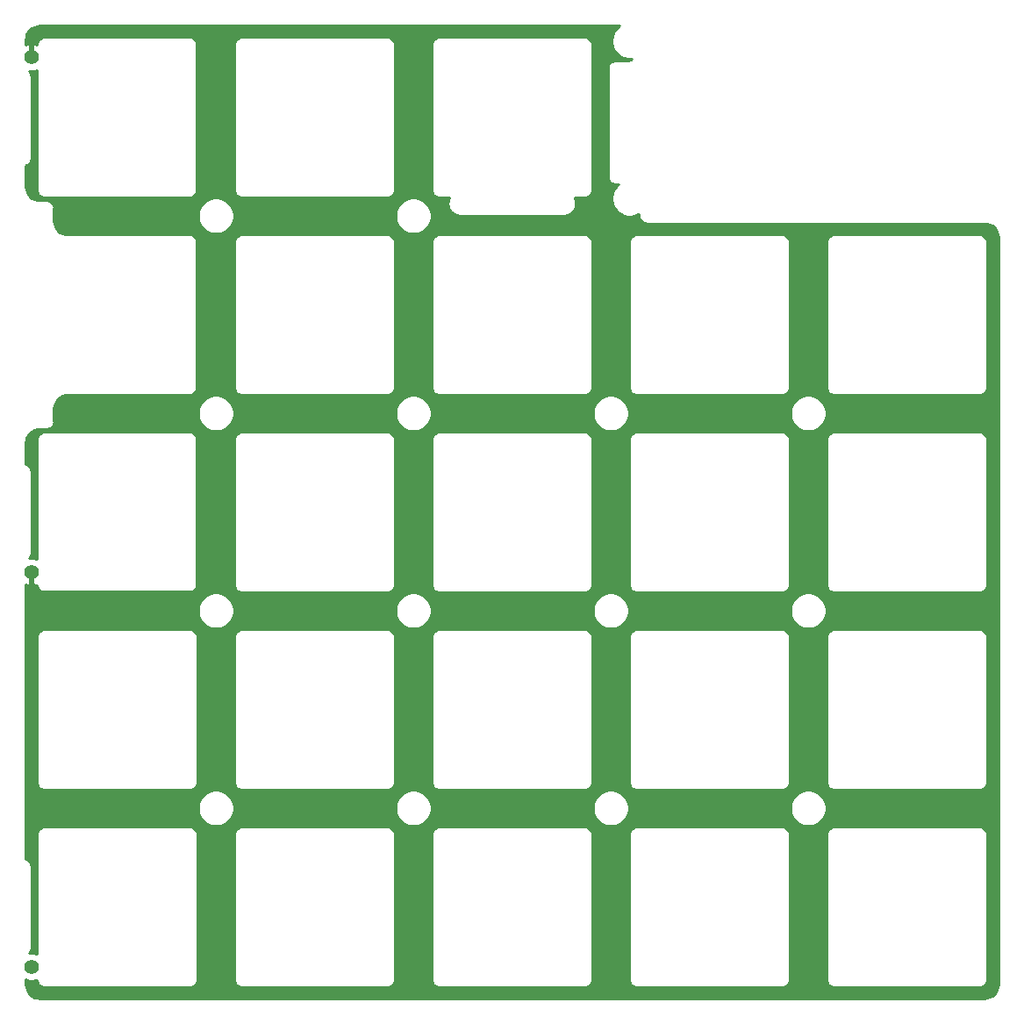
<source format=gbl>
G04 #@! TF.GenerationSoftware,KiCad,Pcbnew,(5.1.2)-2*
G04 #@! TF.CreationDate,2020-05-18T22:00:15+09:00*
G04 #@! TF.ProjectId,sekimen________,73656b69-6d65-46e2-98c8-c3d7d7ecfcc8,rev?*
G04 #@! TF.SameCoordinates,Original*
G04 #@! TF.FileFunction,Copper,L2,Bot*
G04 #@! TF.FilePolarity,Positive*
%FSLAX46Y46*%
G04 Gerber Fmt 4.6, Leading zero omitted, Abs format (unit mm)*
G04 Created by KiCad (PCBNEW (5.1.2)-2) date 2020-05-18 22:00:15*
%MOMM*%
%LPD*%
G04 APERTURE LIST*
%ADD10C,1.400000*%
%ADD11C,0.500000*%
%ADD12C,0.254000*%
G04 APERTURE END LIST*
D10*
X1270000Y89480000D03*
X1270000Y39820000D03*
X1270000Y1720000D03*
D11*
X16884688Y73615470D02*
X16884688Y75841990D01*
X17358010Y73142148D02*
X16884688Y73615470D01*
X17358010Y57265312D02*
X17358010Y73142148D01*
X16884688Y56791990D02*
X17358010Y57265312D01*
X16884688Y53458010D02*
X16884688Y56791990D01*
X1270000Y38587302D02*
X2115312Y37741990D01*
X16884688Y75841990D02*
X17358010Y76315312D01*
X2115312Y37741990D02*
X16884688Y37741990D01*
X16884688Y37741990D02*
X17358010Y38215312D01*
X1270000Y39820000D02*
X1270000Y38587302D01*
X17358010Y38215312D02*
X17358010Y52984688D01*
X17358010Y76315312D02*
X17358010Y91084688D01*
X17358010Y52984688D02*
X16884688Y53458010D01*
X2378651Y91821349D02*
X16621349Y91821349D01*
X1270000Y90712698D02*
X2378651Y91821349D01*
X1270000Y89480000D02*
X1270000Y90712698D01*
X17358010Y91084688D02*
X16621349Y91821349D01*
D12*
G36*
X57844002Y92417663D02*
G01*
X57602337Y92175998D01*
X57412463Y91891831D01*
X57281675Y91576081D01*
X57215000Y91240883D01*
X57215000Y90899117D01*
X57281675Y90563919D01*
X57412463Y90248169D01*
X57602337Y89964002D01*
X57844002Y89722337D01*
X58128169Y89532463D01*
X58443919Y89401675D01*
X58779117Y89335000D01*
X59120883Y89335000D01*
X59180535Y89346865D01*
X59058310Y89280779D01*
X58813753Y89205076D01*
X58527602Y89175000D01*
X57563647Y89175000D01*
X57530000Y89178314D01*
X57496353Y89175000D01*
X57395717Y89165088D01*
X57266594Y89125919D01*
X57147593Y89062312D01*
X57043289Y88976711D01*
X56957688Y88872407D01*
X56894081Y88753406D01*
X56854912Y88624283D01*
X56841686Y88490000D01*
X56845000Y88456353D01*
X56845001Y77963657D01*
X56841686Y77930000D01*
X56854912Y77795717D01*
X56894081Y77666594D01*
X56957688Y77547593D01*
X57043289Y77443289D01*
X57147593Y77357688D01*
X57266594Y77294081D01*
X57395717Y77254912D01*
X57496353Y77245000D01*
X57530000Y77241686D01*
X57563647Y77245000D01*
X57884915Y77245000D01*
X57844002Y77217663D01*
X57602337Y76975998D01*
X57412463Y76691831D01*
X57281675Y76376081D01*
X57215000Y76040883D01*
X57215000Y75699117D01*
X57281675Y75363919D01*
X57412463Y75048169D01*
X57602337Y74764002D01*
X57844002Y74522337D01*
X58128169Y74332463D01*
X58443919Y74201675D01*
X58779117Y74135000D01*
X59120883Y74135000D01*
X59456081Y74201675D01*
X59771831Y74332463D01*
X59865000Y74394717D01*
X59865000Y74173647D01*
X59861686Y74140000D01*
X59874912Y74005717D01*
X59914081Y73876594D01*
X59977688Y73757593D01*
X60063289Y73653289D01*
X60157776Y73575745D01*
X60167593Y73567688D01*
X60286594Y73504081D01*
X60415717Y73464912D01*
X60550000Y73451686D01*
X60583647Y73455000D01*
X93166495Y73455000D01*
X93454782Y73426733D01*
X93699855Y73352741D01*
X93925890Y73232557D01*
X94124281Y73070752D01*
X94287460Y72873503D01*
X94409220Y72648313D01*
X94484924Y72403753D01*
X94515001Y72117592D01*
X94515000Y33505D01*
X94486733Y-254782D01*
X94412741Y-499855D01*
X94292554Y-725893D01*
X94130754Y-924279D01*
X93933503Y-1087460D01*
X93708310Y-1209221D01*
X93463753Y-1284924D01*
X93177602Y-1315000D01*
X2033505Y-1315000D01*
X1745218Y-1286733D01*
X1500145Y-1212741D01*
X1274107Y-1092554D01*
X1075721Y-930754D01*
X912540Y-733503D01*
X790779Y-508310D01*
X715076Y-263753D01*
X685000Y22398D01*
X685000Y519755D01*
X826242Y454066D01*
X1081740Y391817D01*
X1344473Y380610D01*
X1604344Y420875D01*
X1764580Y479378D01*
X1761686Y450000D01*
X1774912Y315717D01*
X1814081Y186594D01*
X1877688Y67593D01*
X1963289Y-36711D01*
X2046512Y-105011D01*
X2067593Y-122312D01*
X2186594Y-185919D01*
X2315717Y-225088D01*
X2450000Y-238314D01*
X2483647Y-235000D01*
X16516353Y-235000D01*
X16550000Y-238314D01*
X16684283Y-225088D01*
X16813406Y-185919D01*
X16932407Y-122312D01*
X17036711Y-36711D01*
X17122312Y67593D01*
X17185919Y186594D01*
X17225088Y315717D01*
X17235000Y416353D01*
X17235000Y416354D01*
X17238314Y450000D01*
X17235000Y483647D01*
X17235000Y14516353D01*
X17238314Y14550000D01*
X20811686Y14550000D01*
X20815001Y14516343D01*
X20815000Y483647D01*
X20811686Y450000D01*
X20824912Y315717D01*
X20864081Y186594D01*
X20927688Y67593D01*
X21013289Y-36711D01*
X21096512Y-105011D01*
X21117593Y-122312D01*
X21236594Y-185919D01*
X21365717Y-225088D01*
X21500000Y-238314D01*
X21533647Y-235000D01*
X35566353Y-235000D01*
X35600000Y-238314D01*
X35734283Y-225088D01*
X35863406Y-185919D01*
X35982407Y-122312D01*
X36086711Y-36711D01*
X36172312Y67593D01*
X36235919Y186594D01*
X36275088Y315717D01*
X36285000Y416353D01*
X36285000Y416354D01*
X36288314Y450000D01*
X36285000Y483647D01*
X36285000Y14516353D01*
X36288314Y14550000D01*
X39861686Y14550000D01*
X39865001Y14516343D01*
X39865000Y483647D01*
X39861686Y450000D01*
X39874912Y315717D01*
X39914081Y186594D01*
X39977688Y67593D01*
X40063289Y-36711D01*
X40146512Y-105011D01*
X40167593Y-122312D01*
X40286594Y-185919D01*
X40415717Y-225088D01*
X40550000Y-238314D01*
X40583647Y-235000D01*
X54616353Y-235000D01*
X54650000Y-238314D01*
X54784283Y-225088D01*
X54913406Y-185919D01*
X55032407Y-122312D01*
X55136711Y-36711D01*
X55222312Y67593D01*
X55285919Y186594D01*
X55325088Y315717D01*
X55335000Y416353D01*
X55335000Y416354D01*
X55338314Y450000D01*
X55335000Y483647D01*
X55335000Y14516353D01*
X55338314Y14550000D01*
X58911686Y14550000D01*
X58915001Y14516343D01*
X58915000Y483647D01*
X58911686Y450000D01*
X58924912Y315717D01*
X58964081Y186594D01*
X59027688Y67593D01*
X59113289Y-36711D01*
X59196512Y-105011D01*
X59217593Y-122312D01*
X59336594Y-185919D01*
X59465717Y-225088D01*
X59600000Y-238314D01*
X59633647Y-235000D01*
X73666353Y-235000D01*
X73700000Y-238314D01*
X73834283Y-225088D01*
X73963406Y-185919D01*
X74082407Y-122312D01*
X74186711Y-36711D01*
X74272312Y67593D01*
X74335919Y186594D01*
X74375088Y315717D01*
X74385000Y416353D01*
X74385000Y416354D01*
X74388314Y450000D01*
X74385000Y483647D01*
X74385000Y14516353D01*
X74388314Y14550000D01*
X77961686Y14550000D01*
X77965001Y14516343D01*
X77965000Y483647D01*
X77961686Y450000D01*
X77974912Y315717D01*
X78014081Y186594D01*
X78077688Y67593D01*
X78163289Y-36711D01*
X78246512Y-105011D01*
X78267593Y-122312D01*
X78386594Y-185919D01*
X78515717Y-225088D01*
X78650000Y-238314D01*
X78683647Y-235000D01*
X92716353Y-235000D01*
X92750000Y-238314D01*
X92884283Y-225088D01*
X93013406Y-185919D01*
X93132407Y-122312D01*
X93236711Y-36711D01*
X93322312Y67593D01*
X93385919Y186594D01*
X93425088Y315717D01*
X93435000Y416353D01*
X93435000Y416354D01*
X93438314Y450000D01*
X93435000Y483647D01*
X93435000Y14516353D01*
X93438314Y14550000D01*
X93425088Y14684283D01*
X93385919Y14813406D01*
X93322312Y14932407D01*
X93236711Y15036711D01*
X93132407Y15122312D01*
X93013406Y15185919D01*
X92884283Y15225088D01*
X92783647Y15235000D01*
X92750000Y15238314D01*
X92716353Y15235000D01*
X78683647Y15235000D01*
X78650000Y15238314D01*
X78616353Y15235000D01*
X78515717Y15225088D01*
X78386594Y15185919D01*
X78267593Y15122312D01*
X78163289Y15036711D01*
X78077688Y14932407D01*
X78014081Y14813406D01*
X77974912Y14684283D01*
X77961686Y14550000D01*
X74388314Y14550000D01*
X74375088Y14684283D01*
X74335919Y14813406D01*
X74272312Y14932407D01*
X74186711Y15036711D01*
X74082407Y15122312D01*
X73963406Y15185919D01*
X73834283Y15225088D01*
X73733647Y15235000D01*
X73700000Y15238314D01*
X73666353Y15235000D01*
X59633647Y15235000D01*
X59600000Y15238314D01*
X59566353Y15235000D01*
X59465717Y15225088D01*
X59336594Y15185919D01*
X59217593Y15122312D01*
X59113289Y15036711D01*
X59027688Y14932407D01*
X58964081Y14813406D01*
X58924912Y14684283D01*
X58911686Y14550000D01*
X55338314Y14550000D01*
X55325088Y14684283D01*
X55285919Y14813406D01*
X55222312Y14932407D01*
X55136711Y15036711D01*
X55032407Y15122312D01*
X54913406Y15185919D01*
X54784283Y15225088D01*
X54683647Y15235000D01*
X54650000Y15238314D01*
X54616353Y15235000D01*
X40583647Y15235000D01*
X40550000Y15238314D01*
X40516353Y15235000D01*
X40415717Y15225088D01*
X40286594Y15185919D01*
X40167593Y15122312D01*
X40063289Y15036711D01*
X39977688Y14932407D01*
X39914081Y14813406D01*
X39874912Y14684283D01*
X39861686Y14550000D01*
X36288314Y14550000D01*
X36275088Y14684283D01*
X36235919Y14813406D01*
X36172312Y14932407D01*
X36086711Y15036711D01*
X35982407Y15122312D01*
X35863406Y15185919D01*
X35734283Y15225088D01*
X35633647Y15235000D01*
X35600000Y15238314D01*
X35566353Y15235000D01*
X21533647Y15235000D01*
X21500000Y15238314D01*
X21466353Y15235000D01*
X21365717Y15225088D01*
X21236594Y15185919D01*
X21117593Y15122312D01*
X21013289Y15036711D01*
X20927688Y14932407D01*
X20864081Y14813406D01*
X20824912Y14684283D01*
X20811686Y14550000D01*
X17238314Y14550000D01*
X17225088Y14684283D01*
X17185919Y14813406D01*
X17122312Y14932407D01*
X17036711Y15036711D01*
X16932407Y15122312D01*
X16813406Y15185919D01*
X16684283Y15225088D01*
X16583647Y15235000D01*
X16550000Y15238314D01*
X16516353Y15235000D01*
X2483647Y15235000D01*
X2450000Y15238314D01*
X2416353Y15235000D01*
X2315717Y15225088D01*
X2186594Y15185919D01*
X2067593Y15122312D01*
X1963289Y15036711D01*
X1877688Y14932407D01*
X1814081Y14813406D01*
X1774912Y14684283D01*
X1761686Y14550000D01*
X1765001Y14516343D01*
X1765000Y2962102D01*
X1713758Y2985934D01*
X1458260Y3048183D01*
X1195527Y3059390D01*
X999636Y3029038D01*
X1072312Y3117593D01*
X1135919Y3236594D01*
X1175088Y3365717D01*
X1178560Y3400971D01*
X1189803Y3410197D01*
X1205597Y3429443D01*
X1217333Y3451399D01*
X1224560Y3475224D01*
X1227000Y3500000D01*
X1227000Y11500000D01*
X1224560Y11524776D01*
X1217333Y11548601D01*
X1205597Y11570557D01*
X1189803Y11589803D01*
X1178560Y11599029D01*
X1175088Y11634283D01*
X1135919Y11763406D01*
X1072312Y11882407D01*
X986711Y11986711D01*
X882407Y12072312D01*
X763406Y12135919D01*
X685000Y12159703D01*
X685000Y17220883D01*
X17315000Y17220883D01*
X17315000Y16879117D01*
X17381675Y16543919D01*
X17512463Y16228169D01*
X17702337Y15944002D01*
X17944002Y15702337D01*
X18228169Y15512463D01*
X18543919Y15381675D01*
X18879117Y15315000D01*
X19220883Y15315000D01*
X19556081Y15381675D01*
X19871831Y15512463D01*
X20155998Y15702337D01*
X20397663Y15944002D01*
X20587537Y16228169D01*
X20718325Y16543919D01*
X20785000Y16879117D01*
X20785000Y17220883D01*
X36365000Y17220883D01*
X36365000Y16879117D01*
X36431675Y16543919D01*
X36562463Y16228169D01*
X36752337Y15944002D01*
X36994002Y15702337D01*
X37278169Y15512463D01*
X37593919Y15381675D01*
X37929117Y15315000D01*
X38270883Y15315000D01*
X38606081Y15381675D01*
X38921831Y15512463D01*
X39205998Y15702337D01*
X39447663Y15944002D01*
X39637537Y16228169D01*
X39768325Y16543919D01*
X39835000Y16879117D01*
X39835000Y17220883D01*
X55415000Y17220883D01*
X55415000Y16879117D01*
X55481675Y16543919D01*
X55612463Y16228169D01*
X55802337Y15944002D01*
X56044002Y15702337D01*
X56328169Y15512463D01*
X56643919Y15381675D01*
X56979117Y15315000D01*
X57320883Y15315000D01*
X57656081Y15381675D01*
X57971831Y15512463D01*
X58255998Y15702337D01*
X58497663Y15944002D01*
X58687537Y16228169D01*
X58818325Y16543919D01*
X58885000Y16879117D01*
X58885000Y17220883D01*
X74465000Y17220883D01*
X74465000Y16879117D01*
X74531675Y16543919D01*
X74662463Y16228169D01*
X74852337Y15944002D01*
X75094002Y15702337D01*
X75378169Y15512463D01*
X75693919Y15381675D01*
X76029117Y15315000D01*
X76370883Y15315000D01*
X76706081Y15381675D01*
X77021831Y15512463D01*
X77305998Y15702337D01*
X77547663Y15944002D01*
X77737537Y16228169D01*
X77868325Y16543919D01*
X77935000Y16879117D01*
X77935000Y17220883D01*
X77868325Y17556081D01*
X77737537Y17871831D01*
X77547663Y18155998D01*
X77305998Y18397663D01*
X77021831Y18587537D01*
X76706081Y18718325D01*
X76370883Y18785000D01*
X76029117Y18785000D01*
X75693919Y18718325D01*
X75378169Y18587537D01*
X75094002Y18397663D01*
X74852337Y18155998D01*
X74662463Y17871831D01*
X74531675Y17556081D01*
X74465000Y17220883D01*
X58885000Y17220883D01*
X58818325Y17556081D01*
X58687537Y17871831D01*
X58497663Y18155998D01*
X58255998Y18397663D01*
X57971831Y18587537D01*
X57656081Y18718325D01*
X57320883Y18785000D01*
X56979117Y18785000D01*
X56643919Y18718325D01*
X56328169Y18587537D01*
X56044002Y18397663D01*
X55802337Y18155998D01*
X55612463Y17871831D01*
X55481675Y17556081D01*
X55415000Y17220883D01*
X39835000Y17220883D01*
X39768325Y17556081D01*
X39637537Y17871831D01*
X39447663Y18155998D01*
X39205998Y18397663D01*
X38921831Y18587537D01*
X38606081Y18718325D01*
X38270883Y18785000D01*
X37929117Y18785000D01*
X37593919Y18718325D01*
X37278169Y18587537D01*
X36994002Y18397663D01*
X36752337Y18155998D01*
X36562463Y17871831D01*
X36431675Y17556081D01*
X36365000Y17220883D01*
X20785000Y17220883D01*
X20718325Y17556081D01*
X20587537Y17871831D01*
X20397663Y18155998D01*
X20155998Y18397663D01*
X19871831Y18587537D01*
X19556081Y18718325D01*
X19220883Y18785000D01*
X18879117Y18785000D01*
X18543919Y18718325D01*
X18228169Y18587537D01*
X17944002Y18397663D01*
X17702337Y18155998D01*
X17512463Y17871831D01*
X17381675Y17556081D01*
X17315000Y17220883D01*
X685000Y17220883D01*
X685000Y33600000D01*
X1761686Y33600000D01*
X1765001Y33566343D01*
X1765000Y19533647D01*
X1761686Y19500000D01*
X1774912Y19365717D01*
X1814081Y19236594D01*
X1877688Y19117593D01*
X1963289Y19013289D01*
X2067593Y18927688D01*
X2186594Y18864081D01*
X2315717Y18824912D01*
X2450000Y18811686D01*
X2483647Y18815000D01*
X16516353Y18815000D01*
X16550000Y18811686D01*
X16684283Y18824912D01*
X16813406Y18864081D01*
X16932407Y18927688D01*
X17036711Y19013289D01*
X17122312Y19117593D01*
X17185919Y19236594D01*
X17225088Y19365717D01*
X17235000Y19466353D01*
X17235000Y19466354D01*
X17238314Y19500000D01*
X17235000Y19533647D01*
X17235000Y33566353D01*
X17238314Y33600000D01*
X20811686Y33600000D01*
X20815001Y33566343D01*
X20815000Y19533647D01*
X20811686Y19500000D01*
X20824912Y19365717D01*
X20864081Y19236594D01*
X20927688Y19117593D01*
X21013289Y19013289D01*
X21117593Y18927688D01*
X21236594Y18864081D01*
X21365717Y18824912D01*
X21500000Y18811686D01*
X21533647Y18815000D01*
X35566353Y18815000D01*
X35600000Y18811686D01*
X35734283Y18824912D01*
X35863406Y18864081D01*
X35982407Y18927688D01*
X36086711Y19013289D01*
X36172312Y19117593D01*
X36235919Y19236594D01*
X36275088Y19365717D01*
X36285000Y19466353D01*
X36285000Y19466354D01*
X36288314Y19500000D01*
X36285000Y19533647D01*
X36285000Y33566353D01*
X36288314Y33600000D01*
X39861686Y33600000D01*
X39865001Y33566343D01*
X39865000Y19533647D01*
X39861686Y19500000D01*
X39874912Y19365717D01*
X39914081Y19236594D01*
X39977688Y19117593D01*
X40063289Y19013289D01*
X40167593Y18927688D01*
X40286594Y18864081D01*
X40415717Y18824912D01*
X40550000Y18811686D01*
X40583647Y18815000D01*
X54616353Y18815000D01*
X54650000Y18811686D01*
X54784283Y18824912D01*
X54913406Y18864081D01*
X55032407Y18927688D01*
X55136711Y19013289D01*
X55222312Y19117593D01*
X55285919Y19236594D01*
X55325088Y19365717D01*
X55335000Y19466353D01*
X55335000Y19466354D01*
X55338314Y19500000D01*
X55335000Y19533647D01*
X55335000Y33566353D01*
X55338314Y33600000D01*
X58911686Y33600000D01*
X58915001Y33566343D01*
X58915000Y19533647D01*
X58911686Y19500000D01*
X58924912Y19365717D01*
X58964081Y19236594D01*
X59027688Y19117593D01*
X59113289Y19013289D01*
X59217593Y18927688D01*
X59336594Y18864081D01*
X59465717Y18824912D01*
X59600000Y18811686D01*
X59633647Y18815000D01*
X73666353Y18815000D01*
X73700000Y18811686D01*
X73834283Y18824912D01*
X73963406Y18864081D01*
X74082407Y18927688D01*
X74186711Y19013289D01*
X74272312Y19117593D01*
X74335919Y19236594D01*
X74375088Y19365717D01*
X74385000Y19466353D01*
X74385000Y19466354D01*
X74388314Y19500000D01*
X74385000Y19533647D01*
X74385000Y33566353D01*
X74388314Y33600000D01*
X77961686Y33600000D01*
X77965001Y33566343D01*
X77965000Y19533647D01*
X77961686Y19500000D01*
X77974912Y19365717D01*
X78014081Y19236594D01*
X78077688Y19117593D01*
X78163289Y19013289D01*
X78267593Y18927688D01*
X78386594Y18864081D01*
X78515717Y18824912D01*
X78650000Y18811686D01*
X78683647Y18815000D01*
X92716353Y18815000D01*
X92750000Y18811686D01*
X92884283Y18824912D01*
X93013406Y18864081D01*
X93132407Y18927688D01*
X93236711Y19013289D01*
X93322312Y19117593D01*
X93385919Y19236594D01*
X93425088Y19365717D01*
X93435000Y19466353D01*
X93435000Y19466354D01*
X93438314Y19500000D01*
X93435000Y19533647D01*
X93435000Y33566353D01*
X93438314Y33600000D01*
X93425088Y33734283D01*
X93385919Y33863406D01*
X93322312Y33982407D01*
X93236711Y34086711D01*
X93132407Y34172312D01*
X93013406Y34235919D01*
X92884283Y34275088D01*
X92783647Y34285000D01*
X92750000Y34288314D01*
X92716353Y34285000D01*
X78683647Y34285000D01*
X78650000Y34288314D01*
X78616353Y34285000D01*
X78515717Y34275088D01*
X78386594Y34235919D01*
X78267593Y34172312D01*
X78163289Y34086711D01*
X78077688Y33982407D01*
X78014081Y33863406D01*
X77974912Y33734283D01*
X77961686Y33600000D01*
X74388314Y33600000D01*
X74375088Y33734283D01*
X74335919Y33863406D01*
X74272312Y33982407D01*
X74186711Y34086711D01*
X74082407Y34172312D01*
X73963406Y34235919D01*
X73834283Y34275088D01*
X73733647Y34285000D01*
X73700000Y34288314D01*
X73666353Y34285000D01*
X59633647Y34285000D01*
X59600000Y34288314D01*
X59566353Y34285000D01*
X59465717Y34275088D01*
X59336594Y34235919D01*
X59217593Y34172312D01*
X59113289Y34086711D01*
X59027688Y33982407D01*
X58964081Y33863406D01*
X58924912Y33734283D01*
X58911686Y33600000D01*
X55338314Y33600000D01*
X55325088Y33734283D01*
X55285919Y33863406D01*
X55222312Y33982407D01*
X55136711Y34086711D01*
X55032407Y34172312D01*
X54913406Y34235919D01*
X54784283Y34275088D01*
X54683647Y34285000D01*
X54650000Y34288314D01*
X54616353Y34285000D01*
X40583647Y34285000D01*
X40550000Y34288314D01*
X40516353Y34285000D01*
X40415717Y34275088D01*
X40286594Y34235919D01*
X40167593Y34172312D01*
X40063289Y34086711D01*
X39977688Y33982407D01*
X39914081Y33863406D01*
X39874912Y33734283D01*
X39861686Y33600000D01*
X36288314Y33600000D01*
X36275088Y33734283D01*
X36235919Y33863406D01*
X36172312Y33982407D01*
X36086711Y34086711D01*
X35982407Y34172312D01*
X35863406Y34235919D01*
X35734283Y34275088D01*
X35633647Y34285000D01*
X35600000Y34288314D01*
X35566353Y34285000D01*
X21533647Y34285000D01*
X21500000Y34288314D01*
X21466353Y34285000D01*
X21365717Y34275088D01*
X21236594Y34235919D01*
X21117593Y34172312D01*
X21013289Y34086711D01*
X20927688Y33982407D01*
X20864081Y33863406D01*
X20824912Y33734283D01*
X20811686Y33600000D01*
X17238314Y33600000D01*
X17225088Y33734283D01*
X17185919Y33863406D01*
X17122312Y33982407D01*
X17036711Y34086711D01*
X16932407Y34172312D01*
X16813406Y34235919D01*
X16684283Y34275088D01*
X16583647Y34285000D01*
X16550000Y34288314D01*
X16516353Y34285000D01*
X2483647Y34285000D01*
X2450000Y34288314D01*
X2416353Y34285000D01*
X2315717Y34275088D01*
X2186594Y34235919D01*
X2067593Y34172312D01*
X1963289Y34086711D01*
X1877688Y33982407D01*
X1814081Y33863406D01*
X1774912Y33734283D01*
X1761686Y33600000D01*
X685000Y33600000D01*
X685000Y36270883D01*
X17315000Y36270883D01*
X17315000Y35929117D01*
X17381675Y35593919D01*
X17512463Y35278169D01*
X17702337Y34994002D01*
X17944002Y34752337D01*
X18228169Y34562463D01*
X18543919Y34431675D01*
X18879117Y34365000D01*
X19220883Y34365000D01*
X19556081Y34431675D01*
X19871831Y34562463D01*
X20155998Y34752337D01*
X20397663Y34994002D01*
X20587537Y35278169D01*
X20718325Y35593919D01*
X20785000Y35929117D01*
X20785000Y36270883D01*
X36365000Y36270883D01*
X36365000Y35929117D01*
X36431675Y35593919D01*
X36562463Y35278169D01*
X36752337Y34994002D01*
X36994002Y34752337D01*
X37278169Y34562463D01*
X37593919Y34431675D01*
X37929117Y34365000D01*
X38270883Y34365000D01*
X38606081Y34431675D01*
X38921831Y34562463D01*
X39205998Y34752337D01*
X39447663Y34994002D01*
X39637537Y35278169D01*
X39768325Y35593919D01*
X39835000Y35929117D01*
X39835000Y36270883D01*
X55415000Y36270883D01*
X55415000Y35929117D01*
X55481675Y35593919D01*
X55612463Y35278169D01*
X55802337Y34994002D01*
X56044002Y34752337D01*
X56328169Y34562463D01*
X56643919Y34431675D01*
X56979117Y34365000D01*
X57320883Y34365000D01*
X57656081Y34431675D01*
X57971831Y34562463D01*
X58255998Y34752337D01*
X58497663Y34994002D01*
X58687537Y35278169D01*
X58818325Y35593919D01*
X58885000Y35929117D01*
X58885000Y36270883D01*
X74465000Y36270883D01*
X74465000Y35929117D01*
X74531675Y35593919D01*
X74662463Y35278169D01*
X74852337Y34994002D01*
X75094002Y34752337D01*
X75378169Y34562463D01*
X75693919Y34431675D01*
X76029117Y34365000D01*
X76370883Y34365000D01*
X76706081Y34431675D01*
X77021831Y34562463D01*
X77305998Y34752337D01*
X77547663Y34994002D01*
X77737537Y35278169D01*
X77868325Y35593919D01*
X77935000Y35929117D01*
X77935000Y36270883D01*
X77868325Y36606081D01*
X77737537Y36921831D01*
X77547663Y37205998D01*
X77305998Y37447663D01*
X77021831Y37637537D01*
X76706081Y37768325D01*
X76370883Y37835000D01*
X76029117Y37835000D01*
X75693919Y37768325D01*
X75378169Y37637537D01*
X75094002Y37447663D01*
X74852337Y37205998D01*
X74662463Y36921831D01*
X74531675Y36606081D01*
X74465000Y36270883D01*
X58885000Y36270883D01*
X58818325Y36606081D01*
X58687537Y36921831D01*
X58497663Y37205998D01*
X58255998Y37447663D01*
X57971831Y37637537D01*
X57656081Y37768325D01*
X57320883Y37835000D01*
X56979117Y37835000D01*
X56643919Y37768325D01*
X56328169Y37637537D01*
X56044002Y37447663D01*
X55802337Y37205998D01*
X55612463Y36921831D01*
X55481675Y36606081D01*
X55415000Y36270883D01*
X39835000Y36270883D01*
X39768325Y36606081D01*
X39637537Y36921831D01*
X39447663Y37205998D01*
X39205998Y37447663D01*
X38921831Y37637537D01*
X38606081Y37768325D01*
X38270883Y37835000D01*
X37929117Y37835000D01*
X37593919Y37768325D01*
X37278169Y37637537D01*
X36994002Y37447663D01*
X36752337Y37205998D01*
X36562463Y36921831D01*
X36431675Y36606081D01*
X36365000Y36270883D01*
X20785000Y36270883D01*
X20718325Y36606081D01*
X20587537Y36921831D01*
X20397663Y37205998D01*
X20155998Y37447663D01*
X19871831Y37637537D01*
X19556081Y37768325D01*
X19220883Y37835000D01*
X18879117Y37835000D01*
X18543919Y37768325D01*
X18228169Y37637537D01*
X17944002Y37447663D01*
X17702337Y37205998D01*
X17512463Y36921831D01*
X17381675Y36606081D01*
X17315000Y36270883D01*
X685000Y36270883D01*
X685000Y38619755D01*
X826242Y38554066D01*
X1081740Y38491817D01*
X1344473Y38480610D01*
X1604344Y38520875D01*
X1764580Y38579378D01*
X1761686Y38550000D01*
X1774912Y38415717D01*
X1814081Y38286594D01*
X1877688Y38167593D01*
X1963289Y38063289D01*
X2067593Y37977688D01*
X2186594Y37914081D01*
X2315717Y37874912D01*
X2450000Y37861686D01*
X2483647Y37865000D01*
X16516353Y37865000D01*
X16550000Y37861686D01*
X16684283Y37874912D01*
X16813406Y37914081D01*
X16932407Y37977688D01*
X17036711Y38063289D01*
X17122312Y38167593D01*
X17185919Y38286594D01*
X17225088Y38415717D01*
X17235000Y38516353D01*
X17235000Y38516354D01*
X17238314Y38550000D01*
X17235000Y38583647D01*
X17235000Y52616353D01*
X17238314Y52650000D01*
X20811686Y52650000D01*
X20815001Y52616343D01*
X20815000Y38583647D01*
X20811686Y38550000D01*
X20824912Y38415717D01*
X20864081Y38286594D01*
X20927688Y38167593D01*
X21013289Y38063289D01*
X21117593Y37977688D01*
X21236594Y37914081D01*
X21365717Y37874912D01*
X21500000Y37861686D01*
X21533647Y37865000D01*
X35566353Y37865000D01*
X35600000Y37861686D01*
X35734283Y37874912D01*
X35863406Y37914081D01*
X35982407Y37977688D01*
X36086711Y38063289D01*
X36172312Y38167593D01*
X36235919Y38286594D01*
X36275088Y38415717D01*
X36285000Y38516353D01*
X36285000Y38516354D01*
X36288314Y38550000D01*
X36285000Y38583647D01*
X36285000Y52616353D01*
X36288314Y52650000D01*
X39861686Y52650000D01*
X39865001Y52616343D01*
X39865000Y38583647D01*
X39861686Y38550000D01*
X39874912Y38415717D01*
X39914081Y38286594D01*
X39977688Y38167593D01*
X40063289Y38063289D01*
X40167593Y37977688D01*
X40286594Y37914081D01*
X40415717Y37874912D01*
X40550000Y37861686D01*
X40583647Y37865000D01*
X54616353Y37865000D01*
X54650000Y37861686D01*
X54784283Y37874912D01*
X54913406Y37914081D01*
X55032407Y37977688D01*
X55136711Y38063289D01*
X55222312Y38167593D01*
X55285919Y38286594D01*
X55325088Y38415717D01*
X55335000Y38516353D01*
X55335000Y38516354D01*
X55338314Y38550000D01*
X55335000Y38583647D01*
X55335000Y52616353D01*
X55338314Y52650000D01*
X58911686Y52650000D01*
X58915001Y52616343D01*
X58915000Y38583647D01*
X58911686Y38550000D01*
X58924912Y38415717D01*
X58964081Y38286594D01*
X59027688Y38167593D01*
X59113289Y38063289D01*
X59217593Y37977688D01*
X59336594Y37914081D01*
X59465717Y37874912D01*
X59600000Y37861686D01*
X59633647Y37865000D01*
X73666353Y37865000D01*
X73700000Y37861686D01*
X73834283Y37874912D01*
X73963406Y37914081D01*
X74082407Y37977688D01*
X74186711Y38063289D01*
X74272312Y38167593D01*
X74335919Y38286594D01*
X74375088Y38415717D01*
X74385000Y38516353D01*
X74385000Y38516354D01*
X74388314Y38550000D01*
X74385000Y38583647D01*
X74385000Y52616353D01*
X74388314Y52650000D01*
X77961686Y52650000D01*
X77965001Y52616343D01*
X77965000Y38583647D01*
X77961686Y38550000D01*
X77974912Y38415717D01*
X78014081Y38286594D01*
X78077688Y38167593D01*
X78163289Y38063289D01*
X78267593Y37977688D01*
X78386594Y37914081D01*
X78515717Y37874912D01*
X78650000Y37861686D01*
X78683647Y37865000D01*
X92716353Y37865000D01*
X92750000Y37861686D01*
X92884283Y37874912D01*
X93013406Y37914081D01*
X93132407Y37977688D01*
X93236711Y38063289D01*
X93322312Y38167593D01*
X93385919Y38286594D01*
X93425088Y38415717D01*
X93435000Y38516353D01*
X93435000Y38516354D01*
X93438314Y38550000D01*
X93435000Y38583647D01*
X93435000Y52616353D01*
X93438314Y52650000D01*
X93425088Y52784283D01*
X93385919Y52913406D01*
X93322312Y53032407D01*
X93236711Y53136711D01*
X93132407Y53222312D01*
X93013406Y53285919D01*
X92884283Y53325088D01*
X92783647Y53335000D01*
X92750000Y53338314D01*
X92716353Y53335000D01*
X78683647Y53335000D01*
X78650000Y53338314D01*
X78616353Y53335000D01*
X78515717Y53325088D01*
X78386594Y53285919D01*
X78267593Y53222312D01*
X78163289Y53136711D01*
X78077688Y53032407D01*
X78014081Y52913406D01*
X77974912Y52784283D01*
X77961686Y52650000D01*
X74388314Y52650000D01*
X74375088Y52784283D01*
X74335919Y52913406D01*
X74272312Y53032407D01*
X74186711Y53136711D01*
X74082407Y53222312D01*
X73963406Y53285919D01*
X73834283Y53325088D01*
X73733647Y53335000D01*
X73700000Y53338314D01*
X73666353Y53335000D01*
X59633647Y53335000D01*
X59600000Y53338314D01*
X59566353Y53335000D01*
X59465717Y53325088D01*
X59336594Y53285919D01*
X59217593Y53222312D01*
X59113289Y53136711D01*
X59027688Y53032407D01*
X58964081Y52913406D01*
X58924912Y52784283D01*
X58911686Y52650000D01*
X55338314Y52650000D01*
X55325088Y52784283D01*
X55285919Y52913406D01*
X55222312Y53032407D01*
X55136711Y53136711D01*
X55032407Y53222312D01*
X54913406Y53285919D01*
X54784283Y53325088D01*
X54683647Y53335000D01*
X54650000Y53338314D01*
X54616353Y53335000D01*
X40583647Y53335000D01*
X40550000Y53338314D01*
X40516353Y53335000D01*
X40415717Y53325088D01*
X40286594Y53285919D01*
X40167593Y53222312D01*
X40063289Y53136711D01*
X39977688Y53032407D01*
X39914081Y52913406D01*
X39874912Y52784283D01*
X39861686Y52650000D01*
X36288314Y52650000D01*
X36275088Y52784283D01*
X36235919Y52913406D01*
X36172312Y53032407D01*
X36086711Y53136711D01*
X35982407Y53222312D01*
X35863406Y53285919D01*
X35734283Y53325088D01*
X35633647Y53335000D01*
X35600000Y53338314D01*
X35566353Y53335000D01*
X21533647Y53335000D01*
X21500000Y53338314D01*
X21466353Y53335000D01*
X21365717Y53325088D01*
X21236594Y53285919D01*
X21117593Y53222312D01*
X21013289Y53136711D01*
X20927688Y53032407D01*
X20864081Y52913406D01*
X20824912Y52784283D01*
X20811686Y52650000D01*
X17238314Y52650000D01*
X17225088Y52784283D01*
X17185919Y52913406D01*
X17122312Y53032407D01*
X17036711Y53136711D01*
X16932407Y53222312D01*
X16813406Y53285919D01*
X16684283Y53325088D01*
X16583647Y53335000D01*
X16550000Y53338314D01*
X16516353Y53335000D01*
X2483647Y53335000D01*
X2450000Y53338314D01*
X2416353Y53335000D01*
X2315717Y53325088D01*
X2186594Y53285919D01*
X2067593Y53222312D01*
X1963289Y53136711D01*
X1877688Y53032407D01*
X1814081Y52913406D01*
X1774912Y52784283D01*
X1761686Y52650000D01*
X1765001Y52616343D01*
X1765000Y41062102D01*
X1713758Y41085934D01*
X1458260Y41148183D01*
X1195527Y41159390D01*
X999636Y41129038D01*
X1072312Y41217593D01*
X1135919Y41336594D01*
X1175088Y41465717D01*
X1178560Y41500971D01*
X1189803Y41510197D01*
X1205597Y41529443D01*
X1217333Y41551399D01*
X1224560Y41575224D01*
X1227000Y41600000D01*
X1227000Y49600000D01*
X1224560Y49624776D01*
X1217333Y49648601D01*
X1205597Y49670557D01*
X1189803Y49689803D01*
X1178560Y49699029D01*
X1175088Y49734283D01*
X1135919Y49863406D01*
X1072312Y49982407D01*
X986711Y50086711D01*
X882407Y50172312D01*
X763406Y50235919D01*
X685000Y50259703D01*
X685000Y52266495D01*
X713267Y52554782D01*
X787259Y52799855D01*
X907443Y53025890D01*
X1069248Y53224281D01*
X1266497Y53387460D01*
X1491687Y53509220D01*
X1736247Y53584924D01*
X2022398Y53615000D01*
X2691353Y53615000D01*
X2725000Y53611686D01*
X2796254Y53618704D01*
X2859283Y53624912D01*
X2988406Y53664081D01*
X3107407Y53727688D01*
X3211711Y53813289D01*
X3297312Y53917593D01*
X3360919Y54036594D01*
X3400088Y54165717D01*
X3413314Y54300000D01*
X3410000Y54333647D01*
X3410000Y55320883D01*
X17315000Y55320883D01*
X17315000Y54979117D01*
X17381675Y54643919D01*
X17512463Y54328169D01*
X17702337Y54044002D01*
X17944002Y53802337D01*
X18228169Y53612463D01*
X18543919Y53481675D01*
X18879117Y53415000D01*
X19220883Y53415000D01*
X19556081Y53481675D01*
X19871831Y53612463D01*
X20155998Y53802337D01*
X20397663Y54044002D01*
X20587537Y54328169D01*
X20718325Y54643919D01*
X20785000Y54979117D01*
X20785000Y55320883D01*
X36365000Y55320883D01*
X36365000Y54979117D01*
X36431675Y54643919D01*
X36562463Y54328169D01*
X36752337Y54044002D01*
X36994002Y53802337D01*
X37278169Y53612463D01*
X37593919Y53481675D01*
X37929117Y53415000D01*
X38270883Y53415000D01*
X38606081Y53481675D01*
X38921831Y53612463D01*
X39205998Y53802337D01*
X39447663Y54044002D01*
X39637537Y54328169D01*
X39768325Y54643919D01*
X39835000Y54979117D01*
X39835000Y55320883D01*
X55415000Y55320883D01*
X55415000Y54979117D01*
X55481675Y54643919D01*
X55612463Y54328169D01*
X55802337Y54044002D01*
X56044002Y53802337D01*
X56328169Y53612463D01*
X56643919Y53481675D01*
X56979117Y53415000D01*
X57320883Y53415000D01*
X57656081Y53481675D01*
X57971831Y53612463D01*
X58255998Y53802337D01*
X58497663Y54044002D01*
X58687537Y54328169D01*
X58818325Y54643919D01*
X58885000Y54979117D01*
X58885000Y55320883D01*
X74465000Y55320883D01*
X74465000Y54979117D01*
X74531675Y54643919D01*
X74662463Y54328169D01*
X74852337Y54044002D01*
X75094002Y53802337D01*
X75378169Y53612463D01*
X75693919Y53481675D01*
X76029117Y53415000D01*
X76370883Y53415000D01*
X76706081Y53481675D01*
X77021831Y53612463D01*
X77305998Y53802337D01*
X77547663Y54044002D01*
X77737537Y54328169D01*
X77868325Y54643919D01*
X77935000Y54979117D01*
X77935000Y55320883D01*
X77868325Y55656081D01*
X77737537Y55971831D01*
X77547663Y56255998D01*
X77305998Y56497663D01*
X77021831Y56687537D01*
X76706081Y56818325D01*
X76370883Y56885000D01*
X76029117Y56885000D01*
X75693919Y56818325D01*
X75378169Y56687537D01*
X75094002Y56497663D01*
X74852337Y56255998D01*
X74662463Y55971831D01*
X74531675Y55656081D01*
X74465000Y55320883D01*
X58885000Y55320883D01*
X58818325Y55656081D01*
X58687537Y55971831D01*
X58497663Y56255998D01*
X58255998Y56497663D01*
X57971831Y56687537D01*
X57656081Y56818325D01*
X57320883Y56885000D01*
X56979117Y56885000D01*
X56643919Y56818325D01*
X56328169Y56687537D01*
X56044002Y56497663D01*
X55802337Y56255998D01*
X55612463Y55971831D01*
X55481675Y55656081D01*
X55415000Y55320883D01*
X39835000Y55320883D01*
X39768325Y55656081D01*
X39637537Y55971831D01*
X39447663Y56255998D01*
X39205998Y56497663D01*
X38921831Y56687537D01*
X38606081Y56818325D01*
X38270883Y56885000D01*
X37929117Y56885000D01*
X37593919Y56818325D01*
X37278169Y56687537D01*
X36994002Y56497663D01*
X36752337Y56255998D01*
X36562463Y55971831D01*
X36431675Y55656081D01*
X36365000Y55320883D01*
X20785000Y55320883D01*
X20718325Y55656081D01*
X20587537Y55971831D01*
X20397663Y56255998D01*
X20155998Y56497663D01*
X19871831Y56687537D01*
X19556081Y56818325D01*
X19220883Y56885000D01*
X18879117Y56885000D01*
X18543919Y56818325D01*
X18228169Y56687537D01*
X17944002Y56497663D01*
X17702337Y56255998D01*
X17512463Y55971831D01*
X17381675Y55656081D01*
X17315000Y55320883D01*
X3410000Y55320883D01*
X3410000Y55566495D01*
X3438267Y55854782D01*
X3512259Y56099855D01*
X3632443Y56325890D01*
X3794248Y56524281D01*
X3991497Y56687460D01*
X4216687Y56809220D01*
X4461247Y56884924D01*
X4747398Y56915000D01*
X16516353Y56915000D01*
X16550000Y56911686D01*
X16621254Y56918704D01*
X16684283Y56924912D01*
X16813406Y56964081D01*
X16932407Y57027688D01*
X17036711Y57113289D01*
X17122312Y57217593D01*
X17185919Y57336594D01*
X17225088Y57465717D01*
X17238314Y57600000D01*
X17235000Y57633647D01*
X17235000Y71666353D01*
X17238314Y71700000D01*
X20811686Y71700000D01*
X20815001Y71666343D01*
X20815000Y57633647D01*
X20811686Y57600000D01*
X20824912Y57465717D01*
X20864081Y57336594D01*
X20927688Y57217593D01*
X21013289Y57113289D01*
X21117593Y57027688D01*
X21236594Y56964081D01*
X21365717Y56924912D01*
X21428747Y56918704D01*
X21500000Y56911686D01*
X21533647Y56915000D01*
X35566353Y56915000D01*
X35600000Y56911686D01*
X35671254Y56918704D01*
X35734283Y56924912D01*
X35863406Y56964081D01*
X35982407Y57027688D01*
X36086711Y57113289D01*
X36172312Y57217593D01*
X36235919Y57336594D01*
X36275088Y57465717D01*
X36288314Y57600000D01*
X36285000Y57633647D01*
X36285000Y71666353D01*
X36288314Y71700000D01*
X39861686Y71700000D01*
X39865001Y71666343D01*
X39865000Y57633647D01*
X39861686Y57600000D01*
X39874912Y57465717D01*
X39914081Y57336594D01*
X39977688Y57217593D01*
X40063289Y57113289D01*
X40167593Y57027688D01*
X40286594Y56964081D01*
X40415717Y56924912D01*
X40478747Y56918704D01*
X40550000Y56911686D01*
X40583647Y56915000D01*
X54616353Y56915000D01*
X54650000Y56911686D01*
X54721254Y56918704D01*
X54784283Y56924912D01*
X54913406Y56964081D01*
X55032407Y57027688D01*
X55136711Y57113289D01*
X55222312Y57217593D01*
X55285919Y57336594D01*
X55325088Y57465717D01*
X55338314Y57600000D01*
X55335000Y57633647D01*
X55335000Y71666353D01*
X55338314Y71700000D01*
X58911686Y71700000D01*
X58915001Y71666343D01*
X58915000Y57633647D01*
X58911686Y57600000D01*
X58924912Y57465717D01*
X58964081Y57336594D01*
X59027688Y57217593D01*
X59113289Y57113289D01*
X59217593Y57027688D01*
X59336594Y56964081D01*
X59465717Y56924912D01*
X59528747Y56918704D01*
X59600000Y56911686D01*
X59633647Y56915000D01*
X73666353Y56915000D01*
X73700000Y56911686D01*
X73771254Y56918704D01*
X73834283Y56924912D01*
X73963406Y56964081D01*
X74082407Y57027688D01*
X74186711Y57113289D01*
X74272312Y57217593D01*
X74335919Y57336594D01*
X74375088Y57465717D01*
X74388314Y57600000D01*
X74385000Y57633647D01*
X74385000Y71666353D01*
X74388314Y71700000D01*
X77961686Y71700000D01*
X77965001Y71666343D01*
X77965000Y57633647D01*
X77961686Y57600000D01*
X77974912Y57465717D01*
X78014081Y57336594D01*
X78077688Y57217593D01*
X78163289Y57113289D01*
X78267593Y57027688D01*
X78386594Y56964081D01*
X78515717Y56924912D01*
X78578747Y56918704D01*
X78650000Y56911686D01*
X78683647Y56915000D01*
X92716353Y56915000D01*
X92750000Y56911686D01*
X92821254Y56918704D01*
X92884283Y56924912D01*
X93013406Y56964081D01*
X93132407Y57027688D01*
X93236711Y57113289D01*
X93322312Y57217593D01*
X93385919Y57336594D01*
X93425088Y57465717D01*
X93438314Y57600000D01*
X93435000Y57633647D01*
X93435000Y71666353D01*
X93438314Y71700000D01*
X93425088Y71834283D01*
X93385919Y71963406D01*
X93322312Y72082407D01*
X93236711Y72186711D01*
X93132407Y72272312D01*
X93013406Y72335919D01*
X92884283Y72375088D01*
X92783647Y72385000D01*
X92750000Y72388314D01*
X92716353Y72385000D01*
X78683647Y72385000D01*
X78650000Y72388314D01*
X78616353Y72385000D01*
X78515717Y72375088D01*
X78386594Y72335919D01*
X78267593Y72272312D01*
X78163289Y72186711D01*
X78077688Y72082407D01*
X78014081Y71963406D01*
X77974912Y71834283D01*
X77961686Y71700000D01*
X74388314Y71700000D01*
X74375088Y71834283D01*
X74335919Y71963406D01*
X74272312Y72082407D01*
X74186711Y72186711D01*
X74082407Y72272312D01*
X73963406Y72335919D01*
X73834283Y72375088D01*
X73733647Y72385000D01*
X73700000Y72388314D01*
X73666353Y72385000D01*
X59633647Y72385000D01*
X59600000Y72388314D01*
X59566353Y72385000D01*
X59465717Y72375088D01*
X59336594Y72335919D01*
X59217593Y72272312D01*
X59113289Y72186711D01*
X59027688Y72082407D01*
X58964081Y71963406D01*
X58924912Y71834283D01*
X58911686Y71700000D01*
X55338314Y71700000D01*
X55325088Y71834283D01*
X55285919Y71963406D01*
X55222312Y72082407D01*
X55136711Y72186711D01*
X55032407Y72272312D01*
X54913406Y72335919D01*
X54784283Y72375088D01*
X54683647Y72385000D01*
X54650000Y72388314D01*
X54616353Y72385000D01*
X40583647Y72385000D01*
X40550000Y72388314D01*
X40516353Y72385000D01*
X40415717Y72375088D01*
X40286594Y72335919D01*
X40167593Y72272312D01*
X40063289Y72186711D01*
X39977688Y72082407D01*
X39914081Y71963406D01*
X39874912Y71834283D01*
X39861686Y71700000D01*
X36288314Y71700000D01*
X36275088Y71834283D01*
X36235919Y71963406D01*
X36172312Y72082407D01*
X36086711Y72186711D01*
X35982407Y72272312D01*
X35863406Y72335919D01*
X35734283Y72375088D01*
X35633647Y72385000D01*
X35600000Y72388314D01*
X35566353Y72385000D01*
X21533647Y72385000D01*
X21500000Y72388314D01*
X21466353Y72385000D01*
X21365717Y72375088D01*
X21236594Y72335919D01*
X21117593Y72272312D01*
X21013289Y72186711D01*
X20927688Y72082407D01*
X20864081Y71963406D01*
X20824912Y71834283D01*
X20811686Y71700000D01*
X17238314Y71700000D01*
X17225088Y71834283D01*
X17185919Y71963406D01*
X17122312Y72082407D01*
X17036711Y72186711D01*
X16932407Y72272312D01*
X16813406Y72335919D01*
X16684283Y72375088D01*
X16583647Y72385000D01*
X16550000Y72388314D01*
X16516353Y72385000D01*
X4758505Y72385000D01*
X4470218Y72413267D01*
X4225145Y72487259D01*
X3999107Y72607446D01*
X3800721Y72769246D01*
X3637540Y72966497D01*
X3515779Y73191690D01*
X3440076Y73436247D01*
X3410000Y73722398D01*
X3410000Y74370883D01*
X17315000Y74370883D01*
X17315000Y74029117D01*
X17381675Y73693919D01*
X17512463Y73378169D01*
X17702337Y73094002D01*
X17944002Y72852337D01*
X18228169Y72662463D01*
X18543919Y72531675D01*
X18879117Y72465000D01*
X19220883Y72465000D01*
X19556081Y72531675D01*
X19871831Y72662463D01*
X20155998Y72852337D01*
X20397663Y73094002D01*
X20587537Y73378169D01*
X20718325Y73693919D01*
X20785000Y74029117D01*
X20785000Y74370883D01*
X36365000Y74370883D01*
X36365000Y74029117D01*
X36431675Y73693919D01*
X36562463Y73378169D01*
X36752337Y73094002D01*
X36994002Y72852337D01*
X37278169Y72662463D01*
X37593919Y72531675D01*
X37929117Y72465000D01*
X38270883Y72465000D01*
X38606081Y72531675D01*
X38921831Y72662463D01*
X39205998Y72852337D01*
X39447663Y73094002D01*
X39637537Y73378169D01*
X39768325Y73693919D01*
X39835000Y74029117D01*
X39835000Y74370883D01*
X39768325Y74706081D01*
X39637537Y75021831D01*
X39447663Y75305998D01*
X39205998Y75547663D01*
X38921831Y75737537D01*
X38606081Y75868325D01*
X38270883Y75935000D01*
X37929117Y75935000D01*
X37593919Y75868325D01*
X37278169Y75737537D01*
X36994002Y75547663D01*
X36752337Y75305998D01*
X36562463Y75021831D01*
X36431675Y74706081D01*
X36365000Y74370883D01*
X20785000Y74370883D01*
X20718325Y74706081D01*
X20587537Y75021831D01*
X20397663Y75305998D01*
X20155998Y75547663D01*
X19871831Y75737537D01*
X19556081Y75868325D01*
X19220883Y75935000D01*
X18879117Y75935000D01*
X18543919Y75868325D01*
X18228169Y75737537D01*
X17944002Y75547663D01*
X17702337Y75305998D01*
X17512463Y75021831D01*
X17381675Y74706081D01*
X17315000Y74370883D01*
X3410000Y74370883D01*
X3410000Y74966353D01*
X3413314Y75000000D01*
X3400088Y75134283D01*
X3360919Y75263406D01*
X3297312Y75382407D01*
X3211711Y75486711D01*
X3107407Y75572312D01*
X2988406Y75635919D01*
X2859283Y75675088D01*
X2758647Y75685000D01*
X2725000Y75688314D01*
X2691353Y75685000D01*
X2033505Y75685000D01*
X1745218Y75713267D01*
X1500145Y75787259D01*
X1274107Y75907446D01*
X1075721Y76069246D01*
X912540Y76266497D01*
X790779Y76491690D01*
X715076Y76736247D01*
X685000Y77022398D01*
X685000Y79040297D01*
X763406Y79064081D01*
X882407Y79127688D01*
X986711Y79213289D01*
X1072312Y79317593D01*
X1135919Y79436594D01*
X1175088Y79565717D01*
X1178560Y79600971D01*
X1189803Y79610197D01*
X1205597Y79629443D01*
X1217333Y79651399D01*
X1224560Y79675224D01*
X1227000Y79700000D01*
X1227000Y87700000D01*
X1224560Y87724776D01*
X1217333Y87748601D01*
X1205597Y87770557D01*
X1189803Y87789803D01*
X1178560Y87799029D01*
X1175088Y87834283D01*
X1135919Y87963406D01*
X1072312Y88082407D01*
X998755Y88172035D01*
X1081740Y88151817D01*
X1344473Y88140610D01*
X1604344Y88180875D01*
X1765001Y88239532D01*
X1765000Y76683647D01*
X1761686Y76650000D01*
X1774912Y76515717D01*
X1814081Y76386594D01*
X1877688Y76267593D01*
X1963289Y76163289D01*
X2042676Y76098137D01*
X2067593Y76077688D01*
X2186594Y76014081D01*
X2315717Y75974912D01*
X2450000Y75961686D01*
X2483647Y75965000D01*
X16516353Y75965000D01*
X16550000Y75961686D01*
X16684283Y75974912D01*
X16813406Y76014081D01*
X16932407Y76077688D01*
X17036711Y76163289D01*
X17122312Y76267593D01*
X17185919Y76386594D01*
X17225088Y76515717D01*
X17235000Y76616353D01*
X17235000Y76616354D01*
X17238314Y76650000D01*
X17235000Y76683647D01*
X17235000Y90716353D01*
X17238314Y90750000D01*
X20811686Y90750000D01*
X20815001Y90716343D01*
X20815000Y76683647D01*
X20811686Y76650000D01*
X20824912Y76515717D01*
X20864081Y76386594D01*
X20927688Y76267593D01*
X21013289Y76163289D01*
X21092676Y76098137D01*
X21117593Y76077688D01*
X21236594Y76014081D01*
X21365717Y75974912D01*
X21500000Y75961686D01*
X21533647Y75965000D01*
X35566353Y75965000D01*
X35600000Y75961686D01*
X35734283Y75974912D01*
X35863406Y76014081D01*
X35982407Y76077688D01*
X36086711Y76163289D01*
X36172312Y76267593D01*
X36235919Y76386594D01*
X36275088Y76515717D01*
X36285000Y76616353D01*
X36285000Y76616354D01*
X36288314Y76650000D01*
X36285000Y76683647D01*
X36285000Y90716353D01*
X36288314Y90750000D01*
X39861686Y90750000D01*
X39865001Y90716343D01*
X39865000Y76683647D01*
X39861686Y76650000D01*
X39874912Y76515717D01*
X39914081Y76386594D01*
X39977688Y76267593D01*
X40063289Y76163289D01*
X40142676Y76098137D01*
X40167593Y76077688D01*
X40286594Y76014081D01*
X40415717Y75974912D01*
X40550000Y75961686D01*
X40583647Y75965000D01*
X41571359Y75965000D01*
X41529358Y75884660D01*
X41506113Y75827125D01*
X41482043Y75769866D01*
X41479279Y75760710D01*
X41451727Y75667098D01*
X41440094Y75606115D01*
X41427609Y75545292D01*
X41426675Y75535773D01*
X41417831Y75438591D01*
X41418265Y75376509D01*
X41417831Y75314427D01*
X41418764Y75304908D01*
X41428964Y75207860D01*
X41441455Y75147010D01*
X41453082Y75086058D01*
X41455845Y75076904D01*
X41455847Y75076898D01*
X41484702Y74983683D01*
X41508754Y74926467D01*
X41532020Y74868881D01*
X41536510Y74860436D01*
X41582923Y74774599D01*
X41617638Y74723133D01*
X41651636Y74671179D01*
X41657680Y74663768D01*
X41719882Y74588579D01*
X41763930Y74544838D01*
X41807369Y74500478D01*
X41814739Y74494382D01*
X41814744Y74494377D01*
X41814750Y74494373D01*
X41890360Y74432706D01*
X41942041Y74398368D01*
X41993306Y74363267D01*
X42001719Y74358718D01*
X42087880Y74312906D01*
X42145296Y74289242D01*
X42202339Y74264792D01*
X42211475Y74261964D01*
X42304893Y74233759D01*
X42365813Y74221697D01*
X42426530Y74208791D01*
X42436042Y74207791D01*
X42533159Y74198269D01*
X42533163Y74198269D01*
X42566353Y74195000D01*
X52633647Y74195000D01*
X52667335Y74198318D01*
X52673822Y74198318D01*
X52683334Y74199318D01*
X52725461Y74204043D01*
X52734283Y74204912D01*
X52734914Y74205103D01*
X52780309Y74210195D01*
X52841005Y74223096D01*
X52901942Y74235162D01*
X52911079Y74237990D01*
X53004094Y74267496D01*
X53061195Y74291970D01*
X53118558Y74315613D01*
X53126971Y74320161D01*
X53212484Y74367172D01*
X53263699Y74402240D01*
X53315427Y74436608D01*
X53322789Y74442700D01*
X53322793Y74442702D01*
X53322796Y74442705D01*
X53397548Y74505430D01*
X53440985Y74549787D01*
X53485037Y74593532D01*
X53491082Y74600943D01*
X53552228Y74676993D01*
X53586236Y74728963D01*
X53620941Y74780416D01*
X53625432Y74788861D01*
X53670642Y74875340D01*
X53693894Y74932892D01*
X53717957Y74990134D01*
X53720721Y74999290D01*
X53748273Y75092902D01*
X53759908Y75153893D01*
X53772391Y75214709D01*
X53773325Y75224227D01*
X53782169Y75321410D01*
X53781735Y75383491D01*
X53782169Y75445573D01*
X53781236Y75455091D01*
X53771036Y75552140D01*
X53758547Y75612983D01*
X53746918Y75673942D01*
X53744154Y75683098D01*
X53715298Y75776317D01*
X53691232Y75833566D01*
X53667979Y75891119D01*
X53663489Y75899564D01*
X53628108Y75965000D01*
X54616353Y75965000D01*
X54650000Y75961686D01*
X54784283Y75974912D01*
X54913406Y76014081D01*
X55032407Y76077688D01*
X55136711Y76163289D01*
X55222312Y76267593D01*
X55285919Y76386594D01*
X55325088Y76515717D01*
X55335000Y76616353D01*
X55335000Y76616354D01*
X55338314Y76650000D01*
X55335000Y76683647D01*
X55335000Y90716353D01*
X55338314Y90750000D01*
X55331914Y90814984D01*
X55325088Y90884283D01*
X55285919Y91013406D01*
X55222312Y91132407D01*
X55203337Y91155528D01*
X55136711Y91236711D01*
X55032407Y91322312D01*
X54913406Y91385919D01*
X54784283Y91425088D01*
X54683647Y91435000D01*
X54650000Y91438314D01*
X54616353Y91435000D01*
X40583647Y91435000D01*
X40550000Y91438314D01*
X40516353Y91435000D01*
X40415717Y91425088D01*
X40286594Y91385919D01*
X40167593Y91322312D01*
X40063289Y91236711D01*
X39977688Y91132407D01*
X39914081Y91013406D01*
X39874912Y90884283D01*
X39861686Y90750000D01*
X36288314Y90750000D01*
X36281914Y90814984D01*
X36275088Y90884283D01*
X36235919Y91013406D01*
X36172312Y91132407D01*
X36153337Y91155528D01*
X36086711Y91236711D01*
X35982407Y91322312D01*
X35863406Y91385919D01*
X35734283Y91425088D01*
X35633647Y91435000D01*
X35600000Y91438314D01*
X35566353Y91435000D01*
X21533647Y91435000D01*
X21500000Y91438314D01*
X21466353Y91435000D01*
X21365717Y91425088D01*
X21236594Y91385919D01*
X21117593Y91322312D01*
X21013289Y91236711D01*
X20927688Y91132407D01*
X20864081Y91013406D01*
X20824912Y90884283D01*
X20811686Y90750000D01*
X17238314Y90750000D01*
X17231914Y90814984D01*
X17225088Y90884283D01*
X17185919Y91013406D01*
X17122312Y91132407D01*
X17103337Y91155528D01*
X17036711Y91236711D01*
X16932407Y91322312D01*
X16813406Y91385919D01*
X16684283Y91425088D01*
X16583647Y91435000D01*
X16550000Y91438314D01*
X16516353Y91435000D01*
X2483647Y91435000D01*
X2450000Y91438314D01*
X2416353Y91435000D01*
X2315717Y91425088D01*
X2186594Y91385919D01*
X2067593Y91322312D01*
X1963289Y91236711D01*
X1877688Y91132407D01*
X1814081Y91013406D01*
X1774912Y90884283D01*
X1761686Y90750000D01*
X1764407Y90722378D01*
X1713758Y90745934D01*
X1458260Y90808183D01*
X1195527Y90819390D01*
X935656Y90779125D01*
X688634Y90688935D01*
X685000Y90686993D01*
X685000Y91166495D01*
X713267Y91454782D01*
X787259Y91699855D01*
X907443Y91925890D01*
X1069248Y92124281D01*
X1266497Y92287460D01*
X1491687Y92409220D01*
X1736247Y92484924D01*
X2022398Y92515000D01*
X57989677Y92515000D01*
X57844002Y92417663D01*
X57844002Y92417663D01*
G37*
X57844002Y92417663D02*
X57602337Y92175998D01*
X57412463Y91891831D01*
X57281675Y91576081D01*
X57215000Y91240883D01*
X57215000Y90899117D01*
X57281675Y90563919D01*
X57412463Y90248169D01*
X57602337Y89964002D01*
X57844002Y89722337D01*
X58128169Y89532463D01*
X58443919Y89401675D01*
X58779117Y89335000D01*
X59120883Y89335000D01*
X59180535Y89346865D01*
X59058310Y89280779D01*
X58813753Y89205076D01*
X58527602Y89175000D01*
X57563647Y89175000D01*
X57530000Y89178314D01*
X57496353Y89175000D01*
X57395717Y89165088D01*
X57266594Y89125919D01*
X57147593Y89062312D01*
X57043289Y88976711D01*
X56957688Y88872407D01*
X56894081Y88753406D01*
X56854912Y88624283D01*
X56841686Y88490000D01*
X56845000Y88456353D01*
X56845001Y77963657D01*
X56841686Y77930000D01*
X56854912Y77795717D01*
X56894081Y77666594D01*
X56957688Y77547593D01*
X57043289Y77443289D01*
X57147593Y77357688D01*
X57266594Y77294081D01*
X57395717Y77254912D01*
X57496353Y77245000D01*
X57530000Y77241686D01*
X57563647Y77245000D01*
X57884915Y77245000D01*
X57844002Y77217663D01*
X57602337Y76975998D01*
X57412463Y76691831D01*
X57281675Y76376081D01*
X57215000Y76040883D01*
X57215000Y75699117D01*
X57281675Y75363919D01*
X57412463Y75048169D01*
X57602337Y74764002D01*
X57844002Y74522337D01*
X58128169Y74332463D01*
X58443919Y74201675D01*
X58779117Y74135000D01*
X59120883Y74135000D01*
X59456081Y74201675D01*
X59771831Y74332463D01*
X59865000Y74394717D01*
X59865000Y74173647D01*
X59861686Y74140000D01*
X59874912Y74005717D01*
X59914081Y73876594D01*
X59977688Y73757593D01*
X60063289Y73653289D01*
X60157776Y73575745D01*
X60167593Y73567688D01*
X60286594Y73504081D01*
X60415717Y73464912D01*
X60550000Y73451686D01*
X60583647Y73455000D01*
X93166495Y73455000D01*
X93454782Y73426733D01*
X93699855Y73352741D01*
X93925890Y73232557D01*
X94124281Y73070752D01*
X94287460Y72873503D01*
X94409220Y72648313D01*
X94484924Y72403753D01*
X94515001Y72117592D01*
X94515000Y33505D01*
X94486733Y-254782D01*
X94412741Y-499855D01*
X94292554Y-725893D01*
X94130754Y-924279D01*
X93933503Y-1087460D01*
X93708310Y-1209221D01*
X93463753Y-1284924D01*
X93177602Y-1315000D01*
X2033505Y-1315000D01*
X1745218Y-1286733D01*
X1500145Y-1212741D01*
X1274107Y-1092554D01*
X1075721Y-930754D01*
X912540Y-733503D01*
X790779Y-508310D01*
X715076Y-263753D01*
X685000Y22398D01*
X685000Y519755D01*
X826242Y454066D01*
X1081740Y391817D01*
X1344473Y380610D01*
X1604344Y420875D01*
X1764580Y479378D01*
X1761686Y450000D01*
X1774912Y315717D01*
X1814081Y186594D01*
X1877688Y67593D01*
X1963289Y-36711D01*
X2046512Y-105011D01*
X2067593Y-122312D01*
X2186594Y-185919D01*
X2315717Y-225088D01*
X2450000Y-238314D01*
X2483647Y-235000D01*
X16516353Y-235000D01*
X16550000Y-238314D01*
X16684283Y-225088D01*
X16813406Y-185919D01*
X16932407Y-122312D01*
X17036711Y-36711D01*
X17122312Y67593D01*
X17185919Y186594D01*
X17225088Y315717D01*
X17235000Y416353D01*
X17235000Y416354D01*
X17238314Y450000D01*
X17235000Y483647D01*
X17235000Y14516353D01*
X17238314Y14550000D01*
X20811686Y14550000D01*
X20815001Y14516343D01*
X20815000Y483647D01*
X20811686Y450000D01*
X20824912Y315717D01*
X20864081Y186594D01*
X20927688Y67593D01*
X21013289Y-36711D01*
X21096512Y-105011D01*
X21117593Y-122312D01*
X21236594Y-185919D01*
X21365717Y-225088D01*
X21500000Y-238314D01*
X21533647Y-235000D01*
X35566353Y-235000D01*
X35600000Y-238314D01*
X35734283Y-225088D01*
X35863406Y-185919D01*
X35982407Y-122312D01*
X36086711Y-36711D01*
X36172312Y67593D01*
X36235919Y186594D01*
X36275088Y315717D01*
X36285000Y416353D01*
X36285000Y416354D01*
X36288314Y450000D01*
X36285000Y483647D01*
X36285000Y14516353D01*
X36288314Y14550000D01*
X39861686Y14550000D01*
X39865001Y14516343D01*
X39865000Y483647D01*
X39861686Y450000D01*
X39874912Y315717D01*
X39914081Y186594D01*
X39977688Y67593D01*
X40063289Y-36711D01*
X40146512Y-105011D01*
X40167593Y-122312D01*
X40286594Y-185919D01*
X40415717Y-225088D01*
X40550000Y-238314D01*
X40583647Y-235000D01*
X54616353Y-235000D01*
X54650000Y-238314D01*
X54784283Y-225088D01*
X54913406Y-185919D01*
X55032407Y-122312D01*
X55136711Y-36711D01*
X55222312Y67593D01*
X55285919Y186594D01*
X55325088Y315717D01*
X55335000Y416353D01*
X55335000Y416354D01*
X55338314Y450000D01*
X55335000Y483647D01*
X55335000Y14516353D01*
X55338314Y14550000D01*
X58911686Y14550000D01*
X58915001Y14516343D01*
X58915000Y483647D01*
X58911686Y450000D01*
X58924912Y315717D01*
X58964081Y186594D01*
X59027688Y67593D01*
X59113289Y-36711D01*
X59196512Y-105011D01*
X59217593Y-122312D01*
X59336594Y-185919D01*
X59465717Y-225088D01*
X59600000Y-238314D01*
X59633647Y-235000D01*
X73666353Y-235000D01*
X73700000Y-238314D01*
X73834283Y-225088D01*
X73963406Y-185919D01*
X74082407Y-122312D01*
X74186711Y-36711D01*
X74272312Y67593D01*
X74335919Y186594D01*
X74375088Y315717D01*
X74385000Y416353D01*
X74385000Y416354D01*
X74388314Y450000D01*
X74385000Y483647D01*
X74385000Y14516353D01*
X74388314Y14550000D01*
X77961686Y14550000D01*
X77965001Y14516343D01*
X77965000Y483647D01*
X77961686Y450000D01*
X77974912Y315717D01*
X78014081Y186594D01*
X78077688Y67593D01*
X78163289Y-36711D01*
X78246512Y-105011D01*
X78267593Y-122312D01*
X78386594Y-185919D01*
X78515717Y-225088D01*
X78650000Y-238314D01*
X78683647Y-235000D01*
X92716353Y-235000D01*
X92750000Y-238314D01*
X92884283Y-225088D01*
X93013406Y-185919D01*
X93132407Y-122312D01*
X93236711Y-36711D01*
X93322312Y67593D01*
X93385919Y186594D01*
X93425088Y315717D01*
X93435000Y416353D01*
X93435000Y416354D01*
X93438314Y450000D01*
X93435000Y483647D01*
X93435000Y14516353D01*
X93438314Y14550000D01*
X93425088Y14684283D01*
X93385919Y14813406D01*
X93322312Y14932407D01*
X93236711Y15036711D01*
X93132407Y15122312D01*
X93013406Y15185919D01*
X92884283Y15225088D01*
X92783647Y15235000D01*
X92750000Y15238314D01*
X92716353Y15235000D01*
X78683647Y15235000D01*
X78650000Y15238314D01*
X78616353Y15235000D01*
X78515717Y15225088D01*
X78386594Y15185919D01*
X78267593Y15122312D01*
X78163289Y15036711D01*
X78077688Y14932407D01*
X78014081Y14813406D01*
X77974912Y14684283D01*
X77961686Y14550000D01*
X74388314Y14550000D01*
X74375088Y14684283D01*
X74335919Y14813406D01*
X74272312Y14932407D01*
X74186711Y15036711D01*
X74082407Y15122312D01*
X73963406Y15185919D01*
X73834283Y15225088D01*
X73733647Y15235000D01*
X73700000Y15238314D01*
X73666353Y15235000D01*
X59633647Y15235000D01*
X59600000Y15238314D01*
X59566353Y15235000D01*
X59465717Y15225088D01*
X59336594Y15185919D01*
X59217593Y15122312D01*
X59113289Y15036711D01*
X59027688Y14932407D01*
X58964081Y14813406D01*
X58924912Y14684283D01*
X58911686Y14550000D01*
X55338314Y14550000D01*
X55325088Y14684283D01*
X55285919Y14813406D01*
X55222312Y14932407D01*
X55136711Y15036711D01*
X55032407Y15122312D01*
X54913406Y15185919D01*
X54784283Y15225088D01*
X54683647Y15235000D01*
X54650000Y15238314D01*
X54616353Y15235000D01*
X40583647Y15235000D01*
X40550000Y15238314D01*
X40516353Y15235000D01*
X40415717Y15225088D01*
X40286594Y15185919D01*
X40167593Y15122312D01*
X40063289Y15036711D01*
X39977688Y14932407D01*
X39914081Y14813406D01*
X39874912Y14684283D01*
X39861686Y14550000D01*
X36288314Y14550000D01*
X36275088Y14684283D01*
X36235919Y14813406D01*
X36172312Y14932407D01*
X36086711Y15036711D01*
X35982407Y15122312D01*
X35863406Y15185919D01*
X35734283Y15225088D01*
X35633647Y15235000D01*
X35600000Y15238314D01*
X35566353Y15235000D01*
X21533647Y15235000D01*
X21500000Y15238314D01*
X21466353Y15235000D01*
X21365717Y15225088D01*
X21236594Y15185919D01*
X21117593Y15122312D01*
X21013289Y15036711D01*
X20927688Y14932407D01*
X20864081Y14813406D01*
X20824912Y14684283D01*
X20811686Y14550000D01*
X17238314Y14550000D01*
X17225088Y14684283D01*
X17185919Y14813406D01*
X17122312Y14932407D01*
X17036711Y15036711D01*
X16932407Y15122312D01*
X16813406Y15185919D01*
X16684283Y15225088D01*
X16583647Y15235000D01*
X16550000Y15238314D01*
X16516353Y15235000D01*
X2483647Y15235000D01*
X2450000Y15238314D01*
X2416353Y15235000D01*
X2315717Y15225088D01*
X2186594Y15185919D01*
X2067593Y15122312D01*
X1963289Y15036711D01*
X1877688Y14932407D01*
X1814081Y14813406D01*
X1774912Y14684283D01*
X1761686Y14550000D01*
X1765001Y14516343D01*
X1765000Y2962102D01*
X1713758Y2985934D01*
X1458260Y3048183D01*
X1195527Y3059390D01*
X999636Y3029038D01*
X1072312Y3117593D01*
X1135919Y3236594D01*
X1175088Y3365717D01*
X1178560Y3400971D01*
X1189803Y3410197D01*
X1205597Y3429443D01*
X1217333Y3451399D01*
X1224560Y3475224D01*
X1227000Y3500000D01*
X1227000Y11500000D01*
X1224560Y11524776D01*
X1217333Y11548601D01*
X1205597Y11570557D01*
X1189803Y11589803D01*
X1178560Y11599029D01*
X1175088Y11634283D01*
X1135919Y11763406D01*
X1072312Y11882407D01*
X986711Y11986711D01*
X882407Y12072312D01*
X763406Y12135919D01*
X685000Y12159703D01*
X685000Y17220883D01*
X17315000Y17220883D01*
X17315000Y16879117D01*
X17381675Y16543919D01*
X17512463Y16228169D01*
X17702337Y15944002D01*
X17944002Y15702337D01*
X18228169Y15512463D01*
X18543919Y15381675D01*
X18879117Y15315000D01*
X19220883Y15315000D01*
X19556081Y15381675D01*
X19871831Y15512463D01*
X20155998Y15702337D01*
X20397663Y15944002D01*
X20587537Y16228169D01*
X20718325Y16543919D01*
X20785000Y16879117D01*
X20785000Y17220883D01*
X36365000Y17220883D01*
X36365000Y16879117D01*
X36431675Y16543919D01*
X36562463Y16228169D01*
X36752337Y15944002D01*
X36994002Y15702337D01*
X37278169Y15512463D01*
X37593919Y15381675D01*
X37929117Y15315000D01*
X38270883Y15315000D01*
X38606081Y15381675D01*
X38921831Y15512463D01*
X39205998Y15702337D01*
X39447663Y15944002D01*
X39637537Y16228169D01*
X39768325Y16543919D01*
X39835000Y16879117D01*
X39835000Y17220883D01*
X55415000Y17220883D01*
X55415000Y16879117D01*
X55481675Y16543919D01*
X55612463Y16228169D01*
X55802337Y15944002D01*
X56044002Y15702337D01*
X56328169Y15512463D01*
X56643919Y15381675D01*
X56979117Y15315000D01*
X57320883Y15315000D01*
X57656081Y15381675D01*
X57971831Y15512463D01*
X58255998Y15702337D01*
X58497663Y15944002D01*
X58687537Y16228169D01*
X58818325Y16543919D01*
X58885000Y16879117D01*
X58885000Y17220883D01*
X74465000Y17220883D01*
X74465000Y16879117D01*
X74531675Y16543919D01*
X74662463Y16228169D01*
X74852337Y15944002D01*
X75094002Y15702337D01*
X75378169Y15512463D01*
X75693919Y15381675D01*
X76029117Y15315000D01*
X76370883Y15315000D01*
X76706081Y15381675D01*
X77021831Y15512463D01*
X77305998Y15702337D01*
X77547663Y15944002D01*
X77737537Y16228169D01*
X77868325Y16543919D01*
X77935000Y16879117D01*
X77935000Y17220883D01*
X77868325Y17556081D01*
X77737537Y17871831D01*
X77547663Y18155998D01*
X77305998Y18397663D01*
X77021831Y18587537D01*
X76706081Y18718325D01*
X76370883Y18785000D01*
X76029117Y18785000D01*
X75693919Y18718325D01*
X75378169Y18587537D01*
X75094002Y18397663D01*
X74852337Y18155998D01*
X74662463Y17871831D01*
X74531675Y17556081D01*
X74465000Y17220883D01*
X58885000Y17220883D01*
X58818325Y17556081D01*
X58687537Y17871831D01*
X58497663Y18155998D01*
X58255998Y18397663D01*
X57971831Y18587537D01*
X57656081Y18718325D01*
X57320883Y18785000D01*
X56979117Y18785000D01*
X56643919Y18718325D01*
X56328169Y18587537D01*
X56044002Y18397663D01*
X55802337Y18155998D01*
X55612463Y17871831D01*
X55481675Y17556081D01*
X55415000Y17220883D01*
X39835000Y17220883D01*
X39768325Y17556081D01*
X39637537Y17871831D01*
X39447663Y18155998D01*
X39205998Y18397663D01*
X38921831Y18587537D01*
X38606081Y18718325D01*
X38270883Y18785000D01*
X37929117Y18785000D01*
X37593919Y18718325D01*
X37278169Y18587537D01*
X36994002Y18397663D01*
X36752337Y18155998D01*
X36562463Y17871831D01*
X36431675Y17556081D01*
X36365000Y17220883D01*
X20785000Y17220883D01*
X20718325Y17556081D01*
X20587537Y17871831D01*
X20397663Y18155998D01*
X20155998Y18397663D01*
X19871831Y18587537D01*
X19556081Y18718325D01*
X19220883Y18785000D01*
X18879117Y18785000D01*
X18543919Y18718325D01*
X18228169Y18587537D01*
X17944002Y18397663D01*
X17702337Y18155998D01*
X17512463Y17871831D01*
X17381675Y17556081D01*
X17315000Y17220883D01*
X685000Y17220883D01*
X685000Y33600000D01*
X1761686Y33600000D01*
X1765001Y33566343D01*
X1765000Y19533647D01*
X1761686Y19500000D01*
X1774912Y19365717D01*
X1814081Y19236594D01*
X1877688Y19117593D01*
X1963289Y19013289D01*
X2067593Y18927688D01*
X2186594Y18864081D01*
X2315717Y18824912D01*
X2450000Y18811686D01*
X2483647Y18815000D01*
X16516353Y18815000D01*
X16550000Y18811686D01*
X16684283Y18824912D01*
X16813406Y18864081D01*
X16932407Y18927688D01*
X17036711Y19013289D01*
X17122312Y19117593D01*
X17185919Y19236594D01*
X17225088Y19365717D01*
X17235000Y19466353D01*
X17235000Y19466354D01*
X17238314Y19500000D01*
X17235000Y19533647D01*
X17235000Y33566353D01*
X17238314Y33600000D01*
X20811686Y33600000D01*
X20815001Y33566343D01*
X20815000Y19533647D01*
X20811686Y19500000D01*
X20824912Y19365717D01*
X20864081Y19236594D01*
X20927688Y19117593D01*
X21013289Y19013289D01*
X21117593Y18927688D01*
X21236594Y18864081D01*
X21365717Y18824912D01*
X21500000Y18811686D01*
X21533647Y18815000D01*
X35566353Y18815000D01*
X35600000Y18811686D01*
X35734283Y18824912D01*
X35863406Y18864081D01*
X35982407Y18927688D01*
X36086711Y19013289D01*
X36172312Y19117593D01*
X36235919Y19236594D01*
X36275088Y19365717D01*
X36285000Y19466353D01*
X36285000Y19466354D01*
X36288314Y19500000D01*
X36285000Y19533647D01*
X36285000Y33566353D01*
X36288314Y33600000D01*
X39861686Y33600000D01*
X39865001Y33566343D01*
X39865000Y19533647D01*
X39861686Y19500000D01*
X39874912Y19365717D01*
X39914081Y19236594D01*
X39977688Y19117593D01*
X40063289Y19013289D01*
X40167593Y18927688D01*
X40286594Y18864081D01*
X40415717Y18824912D01*
X40550000Y18811686D01*
X40583647Y18815000D01*
X54616353Y18815000D01*
X54650000Y18811686D01*
X54784283Y18824912D01*
X54913406Y18864081D01*
X55032407Y18927688D01*
X55136711Y19013289D01*
X55222312Y19117593D01*
X55285919Y19236594D01*
X55325088Y19365717D01*
X55335000Y19466353D01*
X55335000Y19466354D01*
X55338314Y19500000D01*
X55335000Y19533647D01*
X55335000Y33566353D01*
X55338314Y33600000D01*
X58911686Y33600000D01*
X58915001Y33566343D01*
X58915000Y19533647D01*
X58911686Y19500000D01*
X58924912Y19365717D01*
X58964081Y19236594D01*
X59027688Y19117593D01*
X59113289Y19013289D01*
X59217593Y18927688D01*
X59336594Y18864081D01*
X59465717Y18824912D01*
X59600000Y18811686D01*
X59633647Y18815000D01*
X73666353Y18815000D01*
X73700000Y18811686D01*
X73834283Y18824912D01*
X73963406Y18864081D01*
X74082407Y18927688D01*
X74186711Y19013289D01*
X74272312Y19117593D01*
X74335919Y19236594D01*
X74375088Y19365717D01*
X74385000Y19466353D01*
X74385000Y19466354D01*
X74388314Y19500000D01*
X74385000Y19533647D01*
X74385000Y33566353D01*
X74388314Y33600000D01*
X77961686Y33600000D01*
X77965001Y33566343D01*
X77965000Y19533647D01*
X77961686Y19500000D01*
X77974912Y19365717D01*
X78014081Y19236594D01*
X78077688Y19117593D01*
X78163289Y19013289D01*
X78267593Y18927688D01*
X78386594Y18864081D01*
X78515717Y18824912D01*
X78650000Y18811686D01*
X78683647Y18815000D01*
X92716353Y18815000D01*
X92750000Y18811686D01*
X92884283Y18824912D01*
X93013406Y18864081D01*
X93132407Y18927688D01*
X93236711Y19013289D01*
X93322312Y19117593D01*
X93385919Y19236594D01*
X93425088Y19365717D01*
X93435000Y19466353D01*
X93435000Y19466354D01*
X93438314Y19500000D01*
X93435000Y19533647D01*
X93435000Y33566353D01*
X93438314Y33600000D01*
X93425088Y33734283D01*
X93385919Y33863406D01*
X93322312Y33982407D01*
X93236711Y34086711D01*
X93132407Y34172312D01*
X93013406Y34235919D01*
X92884283Y34275088D01*
X92783647Y34285000D01*
X92750000Y34288314D01*
X92716353Y34285000D01*
X78683647Y34285000D01*
X78650000Y34288314D01*
X78616353Y34285000D01*
X78515717Y34275088D01*
X78386594Y34235919D01*
X78267593Y34172312D01*
X78163289Y34086711D01*
X78077688Y33982407D01*
X78014081Y33863406D01*
X77974912Y33734283D01*
X77961686Y33600000D01*
X74388314Y33600000D01*
X74375088Y33734283D01*
X74335919Y33863406D01*
X74272312Y33982407D01*
X74186711Y34086711D01*
X74082407Y34172312D01*
X73963406Y34235919D01*
X73834283Y34275088D01*
X73733647Y34285000D01*
X73700000Y34288314D01*
X73666353Y34285000D01*
X59633647Y34285000D01*
X59600000Y34288314D01*
X59566353Y34285000D01*
X59465717Y34275088D01*
X59336594Y34235919D01*
X59217593Y34172312D01*
X59113289Y34086711D01*
X59027688Y33982407D01*
X58964081Y33863406D01*
X58924912Y33734283D01*
X58911686Y33600000D01*
X55338314Y33600000D01*
X55325088Y33734283D01*
X55285919Y33863406D01*
X55222312Y33982407D01*
X55136711Y34086711D01*
X55032407Y34172312D01*
X54913406Y34235919D01*
X54784283Y34275088D01*
X54683647Y34285000D01*
X54650000Y34288314D01*
X54616353Y34285000D01*
X40583647Y34285000D01*
X40550000Y34288314D01*
X40516353Y34285000D01*
X40415717Y34275088D01*
X40286594Y34235919D01*
X40167593Y34172312D01*
X40063289Y34086711D01*
X39977688Y33982407D01*
X39914081Y33863406D01*
X39874912Y33734283D01*
X39861686Y33600000D01*
X36288314Y33600000D01*
X36275088Y33734283D01*
X36235919Y33863406D01*
X36172312Y33982407D01*
X36086711Y34086711D01*
X35982407Y34172312D01*
X35863406Y34235919D01*
X35734283Y34275088D01*
X35633647Y34285000D01*
X35600000Y34288314D01*
X35566353Y34285000D01*
X21533647Y34285000D01*
X21500000Y34288314D01*
X21466353Y34285000D01*
X21365717Y34275088D01*
X21236594Y34235919D01*
X21117593Y34172312D01*
X21013289Y34086711D01*
X20927688Y33982407D01*
X20864081Y33863406D01*
X20824912Y33734283D01*
X20811686Y33600000D01*
X17238314Y33600000D01*
X17225088Y33734283D01*
X17185919Y33863406D01*
X17122312Y33982407D01*
X17036711Y34086711D01*
X16932407Y34172312D01*
X16813406Y34235919D01*
X16684283Y34275088D01*
X16583647Y34285000D01*
X16550000Y34288314D01*
X16516353Y34285000D01*
X2483647Y34285000D01*
X2450000Y34288314D01*
X2416353Y34285000D01*
X2315717Y34275088D01*
X2186594Y34235919D01*
X2067593Y34172312D01*
X1963289Y34086711D01*
X1877688Y33982407D01*
X1814081Y33863406D01*
X1774912Y33734283D01*
X1761686Y33600000D01*
X685000Y33600000D01*
X685000Y36270883D01*
X17315000Y36270883D01*
X17315000Y35929117D01*
X17381675Y35593919D01*
X17512463Y35278169D01*
X17702337Y34994002D01*
X17944002Y34752337D01*
X18228169Y34562463D01*
X18543919Y34431675D01*
X18879117Y34365000D01*
X19220883Y34365000D01*
X19556081Y34431675D01*
X19871831Y34562463D01*
X20155998Y34752337D01*
X20397663Y34994002D01*
X20587537Y35278169D01*
X20718325Y35593919D01*
X20785000Y35929117D01*
X20785000Y36270883D01*
X36365000Y36270883D01*
X36365000Y35929117D01*
X36431675Y35593919D01*
X36562463Y35278169D01*
X36752337Y34994002D01*
X36994002Y34752337D01*
X37278169Y34562463D01*
X37593919Y34431675D01*
X37929117Y34365000D01*
X38270883Y34365000D01*
X38606081Y34431675D01*
X38921831Y34562463D01*
X39205998Y34752337D01*
X39447663Y34994002D01*
X39637537Y35278169D01*
X39768325Y35593919D01*
X39835000Y35929117D01*
X39835000Y36270883D01*
X55415000Y36270883D01*
X55415000Y35929117D01*
X55481675Y35593919D01*
X55612463Y35278169D01*
X55802337Y34994002D01*
X56044002Y34752337D01*
X56328169Y34562463D01*
X56643919Y34431675D01*
X56979117Y34365000D01*
X57320883Y34365000D01*
X57656081Y34431675D01*
X57971831Y34562463D01*
X58255998Y34752337D01*
X58497663Y34994002D01*
X58687537Y35278169D01*
X58818325Y35593919D01*
X58885000Y35929117D01*
X58885000Y36270883D01*
X74465000Y36270883D01*
X74465000Y35929117D01*
X74531675Y35593919D01*
X74662463Y35278169D01*
X74852337Y34994002D01*
X75094002Y34752337D01*
X75378169Y34562463D01*
X75693919Y34431675D01*
X76029117Y34365000D01*
X76370883Y34365000D01*
X76706081Y34431675D01*
X77021831Y34562463D01*
X77305998Y34752337D01*
X77547663Y34994002D01*
X77737537Y35278169D01*
X77868325Y35593919D01*
X77935000Y35929117D01*
X77935000Y36270883D01*
X77868325Y36606081D01*
X77737537Y36921831D01*
X77547663Y37205998D01*
X77305998Y37447663D01*
X77021831Y37637537D01*
X76706081Y37768325D01*
X76370883Y37835000D01*
X76029117Y37835000D01*
X75693919Y37768325D01*
X75378169Y37637537D01*
X75094002Y37447663D01*
X74852337Y37205998D01*
X74662463Y36921831D01*
X74531675Y36606081D01*
X74465000Y36270883D01*
X58885000Y36270883D01*
X58818325Y36606081D01*
X58687537Y36921831D01*
X58497663Y37205998D01*
X58255998Y37447663D01*
X57971831Y37637537D01*
X57656081Y37768325D01*
X57320883Y37835000D01*
X56979117Y37835000D01*
X56643919Y37768325D01*
X56328169Y37637537D01*
X56044002Y37447663D01*
X55802337Y37205998D01*
X55612463Y36921831D01*
X55481675Y36606081D01*
X55415000Y36270883D01*
X39835000Y36270883D01*
X39768325Y36606081D01*
X39637537Y36921831D01*
X39447663Y37205998D01*
X39205998Y37447663D01*
X38921831Y37637537D01*
X38606081Y37768325D01*
X38270883Y37835000D01*
X37929117Y37835000D01*
X37593919Y37768325D01*
X37278169Y37637537D01*
X36994002Y37447663D01*
X36752337Y37205998D01*
X36562463Y36921831D01*
X36431675Y36606081D01*
X36365000Y36270883D01*
X20785000Y36270883D01*
X20718325Y36606081D01*
X20587537Y36921831D01*
X20397663Y37205998D01*
X20155998Y37447663D01*
X19871831Y37637537D01*
X19556081Y37768325D01*
X19220883Y37835000D01*
X18879117Y37835000D01*
X18543919Y37768325D01*
X18228169Y37637537D01*
X17944002Y37447663D01*
X17702337Y37205998D01*
X17512463Y36921831D01*
X17381675Y36606081D01*
X17315000Y36270883D01*
X685000Y36270883D01*
X685000Y38619755D01*
X826242Y38554066D01*
X1081740Y38491817D01*
X1344473Y38480610D01*
X1604344Y38520875D01*
X1764580Y38579378D01*
X1761686Y38550000D01*
X1774912Y38415717D01*
X1814081Y38286594D01*
X1877688Y38167593D01*
X1963289Y38063289D01*
X2067593Y37977688D01*
X2186594Y37914081D01*
X2315717Y37874912D01*
X2450000Y37861686D01*
X2483647Y37865000D01*
X16516353Y37865000D01*
X16550000Y37861686D01*
X16684283Y37874912D01*
X16813406Y37914081D01*
X16932407Y37977688D01*
X17036711Y38063289D01*
X17122312Y38167593D01*
X17185919Y38286594D01*
X17225088Y38415717D01*
X17235000Y38516353D01*
X17235000Y38516354D01*
X17238314Y38550000D01*
X17235000Y38583647D01*
X17235000Y52616353D01*
X17238314Y52650000D01*
X20811686Y52650000D01*
X20815001Y52616343D01*
X20815000Y38583647D01*
X20811686Y38550000D01*
X20824912Y38415717D01*
X20864081Y38286594D01*
X20927688Y38167593D01*
X21013289Y38063289D01*
X21117593Y37977688D01*
X21236594Y37914081D01*
X21365717Y37874912D01*
X21500000Y37861686D01*
X21533647Y37865000D01*
X35566353Y37865000D01*
X35600000Y37861686D01*
X35734283Y37874912D01*
X35863406Y37914081D01*
X35982407Y37977688D01*
X36086711Y38063289D01*
X36172312Y38167593D01*
X36235919Y38286594D01*
X36275088Y38415717D01*
X36285000Y38516353D01*
X36285000Y38516354D01*
X36288314Y38550000D01*
X36285000Y38583647D01*
X36285000Y52616353D01*
X36288314Y52650000D01*
X39861686Y52650000D01*
X39865001Y52616343D01*
X39865000Y38583647D01*
X39861686Y38550000D01*
X39874912Y38415717D01*
X39914081Y38286594D01*
X39977688Y38167593D01*
X40063289Y38063289D01*
X40167593Y37977688D01*
X40286594Y37914081D01*
X40415717Y37874912D01*
X40550000Y37861686D01*
X40583647Y37865000D01*
X54616353Y37865000D01*
X54650000Y37861686D01*
X54784283Y37874912D01*
X54913406Y37914081D01*
X55032407Y37977688D01*
X55136711Y38063289D01*
X55222312Y38167593D01*
X55285919Y38286594D01*
X55325088Y38415717D01*
X55335000Y38516353D01*
X55335000Y38516354D01*
X55338314Y38550000D01*
X55335000Y38583647D01*
X55335000Y52616353D01*
X55338314Y52650000D01*
X58911686Y52650000D01*
X58915001Y52616343D01*
X58915000Y38583647D01*
X58911686Y38550000D01*
X58924912Y38415717D01*
X58964081Y38286594D01*
X59027688Y38167593D01*
X59113289Y38063289D01*
X59217593Y37977688D01*
X59336594Y37914081D01*
X59465717Y37874912D01*
X59600000Y37861686D01*
X59633647Y37865000D01*
X73666353Y37865000D01*
X73700000Y37861686D01*
X73834283Y37874912D01*
X73963406Y37914081D01*
X74082407Y37977688D01*
X74186711Y38063289D01*
X74272312Y38167593D01*
X74335919Y38286594D01*
X74375088Y38415717D01*
X74385000Y38516353D01*
X74385000Y38516354D01*
X74388314Y38550000D01*
X74385000Y38583647D01*
X74385000Y52616353D01*
X74388314Y52650000D01*
X77961686Y52650000D01*
X77965001Y52616343D01*
X77965000Y38583647D01*
X77961686Y38550000D01*
X77974912Y38415717D01*
X78014081Y38286594D01*
X78077688Y38167593D01*
X78163289Y38063289D01*
X78267593Y37977688D01*
X78386594Y37914081D01*
X78515717Y37874912D01*
X78650000Y37861686D01*
X78683647Y37865000D01*
X92716353Y37865000D01*
X92750000Y37861686D01*
X92884283Y37874912D01*
X93013406Y37914081D01*
X93132407Y37977688D01*
X93236711Y38063289D01*
X93322312Y38167593D01*
X93385919Y38286594D01*
X93425088Y38415717D01*
X93435000Y38516353D01*
X93435000Y38516354D01*
X93438314Y38550000D01*
X93435000Y38583647D01*
X93435000Y52616353D01*
X93438314Y52650000D01*
X93425088Y52784283D01*
X93385919Y52913406D01*
X93322312Y53032407D01*
X93236711Y53136711D01*
X93132407Y53222312D01*
X93013406Y53285919D01*
X92884283Y53325088D01*
X92783647Y53335000D01*
X92750000Y53338314D01*
X92716353Y53335000D01*
X78683647Y53335000D01*
X78650000Y53338314D01*
X78616353Y53335000D01*
X78515717Y53325088D01*
X78386594Y53285919D01*
X78267593Y53222312D01*
X78163289Y53136711D01*
X78077688Y53032407D01*
X78014081Y52913406D01*
X77974912Y52784283D01*
X77961686Y52650000D01*
X74388314Y52650000D01*
X74375088Y52784283D01*
X74335919Y52913406D01*
X74272312Y53032407D01*
X74186711Y53136711D01*
X74082407Y53222312D01*
X73963406Y53285919D01*
X73834283Y53325088D01*
X73733647Y53335000D01*
X73700000Y53338314D01*
X73666353Y53335000D01*
X59633647Y53335000D01*
X59600000Y53338314D01*
X59566353Y53335000D01*
X59465717Y53325088D01*
X59336594Y53285919D01*
X59217593Y53222312D01*
X59113289Y53136711D01*
X59027688Y53032407D01*
X58964081Y52913406D01*
X58924912Y52784283D01*
X58911686Y52650000D01*
X55338314Y52650000D01*
X55325088Y52784283D01*
X55285919Y52913406D01*
X55222312Y53032407D01*
X55136711Y53136711D01*
X55032407Y53222312D01*
X54913406Y53285919D01*
X54784283Y53325088D01*
X54683647Y53335000D01*
X54650000Y53338314D01*
X54616353Y53335000D01*
X40583647Y53335000D01*
X40550000Y53338314D01*
X40516353Y53335000D01*
X40415717Y53325088D01*
X40286594Y53285919D01*
X40167593Y53222312D01*
X40063289Y53136711D01*
X39977688Y53032407D01*
X39914081Y52913406D01*
X39874912Y52784283D01*
X39861686Y52650000D01*
X36288314Y52650000D01*
X36275088Y52784283D01*
X36235919Y52913406D01*
X36172312Y53032407D01*
X36086711Y53136711D01*
X35982407Y53222312D01*
X35863406Y53285919D01*
X35734283Y53325088D01*
X35633647Y53335000D01*
X35600000Y53338314D01*
X35566353Y53335000D01*
X21533647Y53335000D01*
X21500000Y53338314D01*
X21466353Y53335000D01*
X21365717Y53325088D01*
X21236594Y53285919D01*
X21117593Y53222312D01*
X21013289Y53136711D01*
X20927688Y53032407D01*
X20864081Y52913406D01*
X20824912Y52784283D01*
X20811686Y52650000D01*
X17238314Y52650000D01*
X17225088Y52784283D01*
X17185919Y52913406D01*
X17122312Y53032407D01*
X17036711Y53136711D01*
X16932407Y53222312D01*
X16813406Y53285919D01*
X16684283Y53325088D01*
X16583647Y53335000D01*
X16550000Y53338314D01*
X16516353Y53335000D01*
X2483647Y53335000D01*
X2450000Y53338314D01*
X2416353Y53335000D01*
X2315717Y53325088D01*
X2186594Y53285919D01*
X2067593Y53222312D01*
X1963289Y53136711D01*
X1877688Y53032407D01*
X1814081Y52913406D01*
X1774912Y52784283D01*
X1761686Y52650000D01*
X1765001Y52616343D01*
X1765000Y41062102D01*
X1713758Y41085934D01*
X1458260Y41148183D01*
X1195527Y41159390D01*
X999636Y41129038D01*
X1072312Y41217593D01*
X1135919Y41336594D01*
X1175088Y41465717D01*
X1178560Y41500971D01*
X1189803Y41510197D01*
X1205597Y41529443D01*
X1217333Y41551399D01*
X1224560Y41575224D01*
X1227000Y41600000D01*
X1227000Y49600000D01*
X1224560Y49624776D01*
X1217333Y49648601D01*
X1205597Y49670557D01*
X1189803Y49689803D01*
X1178560Y49699029D01*
X1175088Y49734283D01*
X1135919Y49863406D01*
X1072312Y49982407D01*
X986711Y50086711D01*
X882407Y50172312D01*
X763406Y50235919D01*
X685000Y50259703D01*
X685000Y52266495D01*
X713267Y52554782D01*
X787259Y52799855D01*
X907443Y53025890D01*
X1069248Y53224281D01*
X1266497Y53387460D01*
X1491687Y53509220D01*
X1736247Y53584924D01*
X2022398Y53615000D01*
X2691353Y53615000D01*
X2725000Y53611686D01*
X2796254Y53618704D01*
X2859283Y53624912D01*
X2988406Y53664081D01*
X3107407Y53727688D01*
X3211711Y53813289D01*
X3297312Y53917593D01*
X3360919Y54036594D01*
X3400088Y54165717D01*
X3413314Y54300000D01*
X3410000Y54333647D01*
X3410000Y55320883D01*
X17315000Y55320883D01*
X17315000Y54979117D01*
X17381675Y54643919D01*
X17512463Y54328169D01*
X17702337Y54044002D01*
X17944002Y53802337D01*
X18228169Y53612463D01*
X18543919Y53481675D01*
X18879117Y53415000D01*
X19220883Y53415000D01*
X19556081Y53481675D01*
X19871831Y53612463D01*
X20155998Y53802337D01*
X20397663Y54044002D01*
X20587537Y54328169D01*
X20718325Y54643919D01*
X20785000Y54979117D01*
X20785000Y55320883D01*
X36365000Y55320883D01*
X36365000Y54979117D01*
X36431675Y54643919D01*
X36562463Y54328169D01*
X36752337Y54044002D01*
X36994002Y53802337D01*
X37278169Y53612463D01*
X37593919Y53481675D01*
X37929117Y53415000D01*
X38270883Y53415000D01*
X38606081Y53481675D01*
X38921831Y53612463D01*
X39205998Y53802337D01*
X39447663Y54044002D01*
X39637537Y54328169D01*
X39768325Y54643919D01*
X39835000Y54979117D01*
X39835000Y55320883D01*
X55415000Y55320883D01*
X55415000Y54979117D01*
X55481675Y54643919D01*
X55612463Y54328169D01*
X55802337Y54044002D01*
X56044002Y53802337D01*
X56328169Y53612463D01*
X56643919Y53481675D01*
X56979117Y53415000D01*
X57320883Y53415000D01*
X57656081Y53481675D01*
X57971831Y53612463D01*
X58255998Y53802337D01*
X58497663Y54044002D01*
X58687537Y54328169D01*
X58818325Y54643919D01*
X58885000Y54979117D01*
X58885000Y55320883D01*
X74465000Y55320883D01*
X74465000Y54979117D01*
X74531675Y54643919D01*
X74662463Y54328169D01*
X74852337Y54044002D01*
X75094002Y53802337D01*
X75378169Y53612463D01*
X75693919Y53481675D01*
X76029117Y53415000D01*
X76370883Y53415000D01*
X76706081Y53481675D01*
X77021831Y53612463D01*
X77305998Y53802337D01*
X77547663Y54044002D01*
X77737537Y54328169D01*
X77868325Y54643919D01*
X77935000Y54979117D01*
X77935000Y55320883D01*
X77868325Y55656081D01*
X77737537Y55971831D01*
X77547663Y56255998D01*
X77305998Y56497663D01*
X77021831Y56687537D01*
X76706081Y56818325D01*
X76370883Y56885000D01*
X76029117Y56885000D01*
X75693919Y56818325D01*
X75378169Y56687537D01*
X75094002Y56497663D01*
X74852337Y56255998D01*
X74662463Y55971831D01*
X74531675Y55656081D01*
X74465000Y55320883D01*
X58885000Y55320883D01*
X58818325Y55656081D01*
X58687537Y55971831D01*
X58497663Y56255998D01*
X58255998Y56497663D01*
X57971831Y56687537D01*
X57656081Y56818325D01*
X57320883Y56885000D01*
X56979117Y56885000D01*
X56643919Y56818325D01*
X56328169Y56687537D01*
X56044002Y56497663D01*
X55802337Y56255998D01*
X55612463Y55971831D01*
X55481675Y55656081D01*
X55415000Y55320883D01*
X39835000Y55320883D01*
X39768325Y55656081D01*
X39637537Y55971831D01*
X39447663Y56255998D01*
X39205998Y56497663D01*
X38921831Y56687537D01*
X38606081Y56818325D01*
X38270883Y56885000D01*
X37929117Y56885000D01*
X37593919Y56818325D01*
X37278169Y56687537D01*
X36994002Y56497663D01*
X36752337Y56255998D01*
X36562463Y55971831D01*
X36431675Y55656081D01*
X36365000Y55320883D01*
X20785000Y55320883D01*
X20718325Y55656081D01*
X20587537Y55971831D01*
X20397663Y56255998D01*
X20155998Y56497663D01*
X19871831Y56687537D01*
X19556081Y56818325D01*
X19220883Y56885000D01*
X18879117Y56885000D01*
X18543919Y56818325D01*
X18228169Y56687537D01*
X17944002Y56497663D01*
X17702337Y56255998D01*
X17512463Y55971831D01*
X17381675Y55656081D01*
X17315000Y55320883D01*
X3410000Y55320883D01*
X3410000Y55566495D01*
X3438267Y55854782D01*
X3512259Y56099855D01*
X3632443Y56325890D01*
X3794248Y56524281D01*
X3991497Y56687460D01*
X4216687Y56809220D01*
X4461247Y56884924D01*
X4747398Y56915000D01*
X16516353Y56915000D01*
X16550000Y56911686D01*
X16621254Y56918704D01*
X16684283Y56924912D01*
X16813406Y56964081D01*
X16932407Y57027688D01*
X17036711Y57113289D01*
X17122312Y57217593D01*
X17185919Y57336594D01*
X17225088Y57465717D01*
X17238314Y57600000D01*
X17235000Y57633647D01*
X17235000Y71666353D01*
X17238314Y71700000D01*
X20811686Y71700000D01*
X20815001Y71666343D01*
X20815000Y57633647D01*
X20811686Y57600000D01*
X20824912Y57465717D01*
X20864081Y57336594D01*
X20927688Y57217593D01*
X21013289Y57113289D01*
X21117593Y57027688D01*
X21236594Y56964081D01*
X21365717Y56924912D01*
X21428747Y56918704D01*
X21500000Y56911686D01*
X21533647Y56915000D01*
X35566353Y56915000D01*
X35600000Y56911686D01*
X35671254Y56918704D01*
X35734283Y56924912D01*
X35863406Y56964081D01*
X35982407Y57027688D01*
X36086711Y57113289D01*
X36172312Y57217593D01*
X36235919Y57336594D01*
X36275088Y57465717D01*
X36288314Y57600000D01*
X36285000Y57633647D01*
X36285000Y71666353D01*
X36288314Y71700000D01*
X39861686Y71700000D01*
X39865001Y71666343D01*
X39865000Y57633647D01*
X39861686Y57600000D01*
X39874912Y57465717D01*
X39914081Y57336594D01*
X39977688Y57217593D01*
X40063289Y57113289D01*
X40167593Y57027688D01*
X40286594Y56964081D01*
X40415717Y56924912D01*
X40478747Y56918704D01*
X40550000Y56911686D01*
X40583647Y56915000D01*
X54616353Y56915000D01*
X54650000Y56911686D01*
X54721254Y56918704D01*
X54784283Y56924912D01*
X54913406Y56964081D01*
X55032407Y57027688D01*
X55136711Y57113289D01*
X55222312Y57217593D01*
X55285919Y57336594D01*
X55325088Y57465717D01*
X55338314Y57600000D01*
X55335000Y57633647D01*
X55335000Y71666353D01*
X55338314Y71700000D01*
X58911686Y71700000D01*
X58915001Y71666343D01*
X58915000Y57633647D01*
X58911686Y57600000D01*
X58924912Y57465717D01*
X58964081Y57336594D01*
X59027688Y57217593D01*
X59113289Y57113289D01*
X59217593Y57027688D01*
X59336594Y56964081D01*
X59465717Y56924912D01*
X59528747Y56918704D01*
X59600000Y56911686D01*
X59633647Y56915000D01*
X73666353Y56915000D01*
X73700000Y56911686D01*
X73771254Y56918704D01*
X73834283Y56924912D01*
X73963406Y56964081D01*
X74082407Y57027688D01*
X74186711Y57113289D01*
X74272312Y57217593D01*
X74335919Y57336594D01*
X74375088Y57465717D01*
X74388314Y57600000D01*
X74385000Y57633647D01*
X74385000Y71666353D01*
X74388314Y71700000D01*
X77961686Y71700000D01*
X77965001Y71666343D01*
X77965000Y57633647D01*
X77961686Y57600000D01*
X77974912Y57465717D01*
X78014081Y57336594D01*
X78077688Y57217593D01*
X78163289Y57113289D01*
X78267593Y57027688D01*
X78386594Y56964081D01*
X78515717Y56924912D01*
X78578747Y56918704D01*
X78650000Y56911686D01*
X78683647Y56915000D01*
X92716353Y56915000D01*
X92750000Y56911686D01*
X92821254Y56918704D01*
X92884283Y56924912D01*
X93013406Y56964081D01*
X93132407Y57027688D01*
X93236711Y57113289D01*
X93322312Y57217593D01*
X93385919Y57336594D01*
X93425088Y57465717D01*
X93438314Y57600000D01*
X93435000Y57633647D01*
X93435000Y71666353D01*
X93438314Y71700000D01*
X93425088Y71834283D01*
X93385919Y71963406D01*
X93322312Y72082407D01*
X93236711Y72186711D01*
X93132407Y72272312D01*
X93013406Y72335919D01*
X92884283Y72375088D01*
X92783647Y72385000D01*
X92750000Y72388314D01*
X92716353Y72385000D01*
X78683647Y72385000D01*
X78650000Y72388314D01*
X78616353Y72385000D01*
X78515717Y72375088D01*
X78386594Y72335919D01*
X78267593Y72272312D01*
X78163289Y72186711D01*
X78077688Y72082407D01*
X78014081Y71963406D01*
X77974912Y71834283D01*
X77961686Y71700000D01*
X74388314Y71700000D01*
X74375088Y71834283D01*
X74335919Y71963406D01*
X74272312Y72082407D01*
X74186711Y72186711D01*
X74082407Y72272312D01*
X73963406Y72335919D01*
X73834283Y72375088D01*
X73733647Y72385000D01*
X73700000Y72388314D01*
X73666353Y72385000D01*
X59633647Y72385000D01*
X59600000Y72388314D01*
X59566353Y72385000D01*
X59465717Y72375088D01*
X59336594Y72335919D01*
X59217593Y72272312D01*
X59113289Y72186711D01*
X59027688Y72082407D01*
X58964081Y71963406D01*
X58924912Y71834283D01*
X58911686Y71700000D01*
X55338314Y71700000D01*
X55325088Y71834283D01*
X55285919Y71963406D01*
X55222312Y72082407D01*
X55136711Y72186711D01*
X55032407Y72272312D01*
X54913406Y72335919D01*
X54784283Y72375088D01*
X54683647Y72385000D01*
X54650000Y72388314D01*
X54616353Y72385000D01*
X40583647Y72385000D01*
X40550000Y72388314D01*
X40516353Y72385000D01*
X40415717Y72375088D01*
X40286594Y72335919D01*
X40167593Y72272312D01*
X40063289Y72186711D01*
X39977688Y72082407D01*
X39914081Y71963406D01*
X39874912Y71834283D01*
X39861686Y71700000D01*
X36288314Y71700000D01*
X36275088Y71834283D01*
X36235919Y71963406D01*
X36172312Y72082407D01*
X36086711Y72186711D01*
X35982407Y72272312D01*
X35863406Y72335919D01*
X35734283Y72375088D01*
X35633647Y72385000D01*
X35600000Y72388314D01*
X35566353Y72385000D01*
X21533647Y72385000D01*
X21500000Y72388314D01*
X21466353Y72385000D01*
X21365717Y72375088D01*
X21236594Y72335919D01*
X21117593Y72272312D01*
X21013289Y72186711D01*
X20927688Y72082407D01*
X20864081Y71963406D01*
X20824912Y71834283D01*
X20811686Y71700000D01*
X17238314Y71700000D01*
X17225088Y71834283D01*
X17185919Y71963406D01*
X17122312Y72082407D01*
X17036711Y72186711D01*
X16932407Y72272312D01*
X16813406Y72335919D01*
X16684283Y72375088D01*
X16583647Y72385000D01*
X16550000Y72388314D01*
X16516353Y72385000D01*
X4758505Y72385000D01*
X4470218Y72413267D01*
X4225145Y72487259D01*
X3999107Y72607446D01*
X3800721Y72769246D01*
X3637540Y72966497D01*
X3515779Y73191690D01*
X3440076Y73436247D01*
X3410000Y73722398D01*
X3410000Y74370883D01*
X17315000Y74370883D01*
X17315000Y74029117D01*
X17381675Y73693919D01*
X17512463Y73378169D01*
X17702337Y73094002D01*
X17944002Y72852337D01*
X18228169Y72662463D01*
X18543919Y72531675D01*
X18879117Y72465000D01*
X19220883Y72465000D01*
X19556081Y72531675D01*
X19871831Y72662463D01*
X20155998Y72852337D01*
X20397663Y73094002D01*
X20587537Y73378169D01*
X20718325Y73693919D01*
X20785000Y74029117D01*
X20785000Y74370883D01*
X36365000Y74370883D01*
X36365000Y74029117D01*
X36431675Y73693919D01*
X36562463Y73378169D01*
X36752337Y73094002D01*
X36994002Y72852337D01*
X37278169Y72662463D01*
X37593919Y72531675D01*
X37929117Y72465000D01*
X38270883Y72465000D01*
X38606081Y72531675D01*
X38921831Y72662463D01*
X39205998Y72852337D01*
X39447663Y73094002D01*
X39637537Y73378169D01*
X39768325Y73693919D01*
X39835000Y74029117D01*
X39835000Y74370883D01*
X39768325Y74706081D01*
X39637537Y75021831D01*
X39447663Y75305998D01*
X39205998Y75547663D01*
X38921831Y75737537D01*
X38606081Y75868325D01*
X38270883Y75935000D01*
X37929117Y75935000D01*
X37593919Y75868325D01*
X37278169Y75737537D01*
X36994002Y75547663D01*
X36752337Y75305998D01*
X36562463Y75021831D01*
X36431675Y74706081D01*
X36365000Y74370883D01*
X20785000Y74370883D01*
X20718325Y74706081D01*
X20587537Y75021831D01*
X20397663Y75305998D01*
X20155998Y75547663D01*
X19871831Y75737537D01*
X19556081Y75868325D01*
X19220883Y75935000D01*
X18879117Y75935000D01*
X18543919Y75868325D01*
X18228169Y75737537D01*
X17944002Y75547663D01*
X17702337Y75305998D01*
X17512463Y75021831D01*
X17381675Y74706081D01*
X17315000Y74370883D01*
X3410000Y74370883D01*
X3410000Y74966353D01*
X3413314Y75000000D01*
X3400088Y75134283D01*
X3360919Y75263406D01*
X3297312Y75382407D01*
X3211711Y75486711D01*
X3107407Y75572312D01*
X2988406Y75635919D01*
X2859283Y75675088D01*
X2758647Y75685000D01*
X2725000Y75688314D01*
X2691353Y75685000D01*
X2033505Y75685000D01*
X1745218Y75713267D01*
X1500145Y75787259D01*
X1274107Y75907446D01*
X1075721Y76069246D01*
X912540Y76266497D01*
X790779Y76491690D01*
X715076Y76736247D01*
X685000Y77022398D01*
X685000Y79040297D01*
X763406Y79064081D01*
X882407Y79127688D01*
X986711Y79213289D01*
X1072312Y79317593D01*
X1135919Y79436594D01*
X1175088Y79565717D01*
X1178560Y79600971D01*
X1189803Y79610197D01*
X1205597Y79629443D01*
X1217333Y79651399D01*
X1224560Y79675224D01*
X1227000Y79700000D01*
X1227000Y87700000D01*
X1224560Y87724776D01*
X1217333Y87748601D01*
X1205597Y87770557D01*
X1189803Y87789803D01*
X1178560Y87799029D01*
X1175088Y87834283D01*
X1135919Y87963406D01*
X1072312Y88082407D01*
X998755Y88172035D01*
X1081740Y88151817D01*
X1344473Y88140610D01*
X1604344Y88180875D01*
X1765001Y88239532D01*
X1765000Y76683647D01*
X1761686Y76650000D01*
X1774912Y76515717D01*
X1814081Y76386594D01*
X1877688Y76267593D01*
X1963289Y76163289D01*
X2042676Y76098137D01*
X2067593Y76077688D01*
X2186594Y76014081D01*
X2315717Y75974912D01*
X2450000Y75961686D01*
X2483647Y75965000D01*
X16516353Y75965000D01*
X16550000Y75961686D01*
X16684283Y75974912D01*
X16813406Y76014081D01*
X16932407Y76077688D01*
X17036711Y76163289D01*
X17122312Y76267593D01*
X17185919Y76386594D01*
X17225088Y76515717D01*
X17235000Y76616353D01*
X17235000Y76616354D01*
X17238314Y76650000D01*
X17235000Y76683647D01*
X17235000Y90716353D01*
X17238314Y90750000D01*
X20811686Y90750000D01*
X20815001Y90716343D01*
X20815000Y76683647D01*
X20811686Y76650000D01*
X20824912Y76515717D01*
X20864081Y76386594D01*
X20927688Y76267593D01*
X21013289Y76163289D01*
X21092676Y76098137D01*
X21117593Y76077688D01*
X21236594Y76014081D01*
X21365717Y75974912D01*
X21500000Y75961686D01*
X21533647Y75965000D01*
X35566353Y75965000D01*
X35600000Y75961686D01*
X35734283Y75974912D01*
X35863406Y76014081D01*
X35982407Y76077688D01*
X36086711Y76163289D01*
X36172312Y76267593D01*
X36235919Y76386594D01*
X36275088Y76515717D01*
X36285000Y76616353D01*
X36285000Y76616354D01*
X36288314Y76650000D01*
X36285000Y76683647D01*
X36285000Y90716353D01*
X36288314Y90750000D01*
X39861686Y90750000D01*
X39865001Y90716343D01*
X39865000Y76683647D01*
X39861686Y76650000D01*
X39874912Y76515717D01*
X39914081Y76386594D01*
X39977688Y76267593D01*
X40063289Y76163289D01*
X40142676Y76098137D01*
X40167593Y76077688D01*
X40286594Y76014081D01*
X40415717Y75974912D01*
X40550000Y75961686D01*
X40583647Y75965000D01*
X41571359Y75965000D01*
X41529358Y75884660D01*
X41506113Y75827125D01*
X41482043Y75769866D01*
X41479279Y75760710D01*
X41451727Y75667098D01*
X41440094Y75606115D01*
X41427609Y75545292D01*
X41426675Y75535773D01*
X41417831Y75438591D01*
X41418265Y75376509D01*
X41417831Y75314427D01*
X41418764Y75304908D01*
X41428964Y75207860D01*
X41441455Y75147010D01*
X41453082Y75086058D01*
X41455845Y75076904D01*
X41455847Y75076898D01*
X41484702Y74983683D01*
X41508754Y74926467D01*
X41532020Y74868881D01*
X41536510Y74860436D01*
X41582923Y74774599D01*
X41617638Y74723133D01*
X41651636Y74671179D01*
X41657680Y74663768D01*
X41719882Y74588579D01*
X41763930Y74544838D01*
X41807369Y74500478D01*
X41814739Y74494382D01*
X41814744Y74494377D01*
X41814750Y74494373D01*
X41890360Y74432706D01*
X41942041Y74398368D01*
X41993306Y74363267D01*
X42001719Y74358718D01*
X42087880Y74312906D01*
X42145296Y74289242D01*
X42202339Y74264792D01*
X42211475Y74261964D01*
X42304893Y74233759D01*
X42365813Y74221697D01*
X42426530Y74208791D01*
X42436042Y74207791D01*
X42533159Y74198269D01*
X42533163Y74198269D01*
X42566353Y74195000D01*
X52633647Y74195000D01*
X52667335Y74198318D01*
X52673822Y74198318D01*
X52683334Y74199318D01*
X52725461Y74204043D01*
X52734283Y74204912D01*
X52734914Y74205103D01*
X52780309Y74210195D01*
X52841005Y74223096D01*
X52901942Y74235162D01*
X52911079Y74237990D01*
X53004094Y74267496D01*
X53061195Y74291970D01*
X53118558Y74315613D01*
X53126971Y74320161D01*
X53212484Y74367172D01*
X53263699Y74402240D01*
X53315427Y74436608D01*
X53322789Y74442700D01*
X53322793Y74442702D01*
X53322796Y74442705D01*
X53397548Y74505430D01*
X53440985Y74549787D01*
X53485037Y74593532D01*
X53491082Y74600943D01*
X53552228Y74676993D01*
X53586236Y74728963D01*
X53620941Y74780416D01*
X53625432Y74788861D01*
X53670642Y74875340D01*
X53693894Y74932892D01*
X53717957Y74990134D01*
X53720721Y74999290D01*
X53748273Y75092902D01*
X53759908Y75153893D01*
X53772391Y75214709D01*
X53773325Y75224227D01*
X53782169Y75321410D01*
X53781735Y75383491D01*
X53782169Y75445573D01*
X53781236Y75455091D01*
X53771036Y75552140D01*
X53758547Y75612983D01*
X53746918Y75673942D01*
X53744154Y75683098D01*
X53715298Y75776317D01*
X53691232Y75833566D01*
X53667979Y75891119D01*
X53663489Y75899564D01*
X53628108Y75965000D01*
X54616353Y75965000D01*
X54650000Y75961686D01*
X54784283Y75974912D01*
X54913406Y76014081D01*
X55032407Y76077688D01*
X55136711Y76163289D01*
X55222312Y76267593D01*
X55285919Y76386594D01*
X55325088Y76515717D01*
X55335000Y76616353D01*
X55335000Y76616354D01*
X55338314Y76650000D01*
X55335000Y76683647D01*
X55335000Y90716353D01*
X55338314Y90750000D01*
X55331914Y90814984D01*
X55325088Y90884283D01*
X55285919Y91013406D01*
X55222312Y91132407D01*
X55203337Y91155528D01*
X55136711Y91236711D01*
X55032407Y91322312D01*
X54913406Y91385919D01*
X54784283Y91425088D01*
X54683647Y91435000D01*
X54650000Y91438314D01*
X54616353Y91435000D01*
X40583647Y91435000D01*
X40550000Y91438314D01*
X40516353Y91435000D01*
X40415717Y91425088D01*
X40286594Y91385919D01*
X40167593Y91322312D01*
X40063289Y91236711D01*
X39977688Y91132407D01*
X39914081Y91013406D01*
X39874912Y90884283D01*
X39861686Y90750000D01*
X36288314Y90750000D01*
X36281914Y90814984D01*
X36275088Y90884283D01*
X36235919Y91013406D01*
X36172312Y91132407D01*
X36153337Y91155528D01*
X36086711Y91236711D01*
X35982407Y91322312D01*
X35863406Y91385919D01*
X35734283Y91425088D01*
X35633647Y91435000D01*
X35600000Y91438314D01*
X35566353Y91435000D01*
X21533647Y91435000D01*
X21500000Y91438314D01*
X21466353Y91435000D01*
X21365717Y91425088D01*
X21236594Y91385919D01*
X21117593Y91322312D01*
X21013289Y91236711D01*
X20927688Y91132407D01*
X20864081Y91013406D01*
X20824912Y90884283D01*
X20811686Y90750000D01*
X17238314Y90750000D01*
X17231914Y90814984D01*
X17225088Y90884283D01*
X17185919Y91013406D01*
X17122312Y91132407D01*
X17103337Y91155528D01*
X17036711Y91236711D01*
X16932407Y91322312D01*
X16813406Y91385919D01*
X16684283Y91425088D01*
X16583647Y91435000D01*
X16550000Y91438314D01*
X16516353Y91435000D01*
X2483647Y91435000D01*
X2450000Y91438314D01*
X2416353Y91435000D01*
X2315717Y91425088D01*
X2186594Y91385919D01*
X2067593Y91322312D01*
X1963289Y91236711D01*
X1877688Y91132407D01*
X1814081Y91013406D01*
X1774912Y90884283D01*
X1761686Y90750000D01*
X1764407Y90722378D01*
X1713758Y90745934D01*
X1458260Y90808183D01*
X1195527Y90819390D01*
X935656Y90779125D01*
X688634Y90688935D01*
X685000Y90686993D01*
X685000Y91166495D01*
X713267Y91454782D01*
X787259Y91699855D01*
X907443Y91925890D01*
X1069248Y92124281D01*
X1266497Y92287460D01*
X1491687Y92409220D01*
X1736247Y92484924D01*
X2022398Y92515000D01*
X57989677Y92515000D01*
X57844002Y92417663D01*
G36*
X1463748Y1734143D02*
G01*
X1449605Y1720000D01*
X1463748Y1705858D01*
X1284143Y1526253D01*
X1270000Y1540395D01*
X1255858Y1526253D01*
X1076253Y1705858D01*
X1090395Y1720000D01*
X1076253Y1734143D01*
X1255858Y1913748D01*
X1270000Y1899605D01*
X1284143Y1913748D01*
X1463748Y1734143D01*
X1463748Y1734143D01*
G37*
X1463748Y1734143D02*
X1449605Y1720000D01*
X1463748Y1705858D01*
X1284143Y1526253D01*
X1270000Y1540395D01*
X1255858Y1526253D01*
X1076253Y1705858D01*
X1090395Y1720000D01*
X1076253Y1734143D01*
X1255858Y1913748D01*
X1270000Y1899605D01*
X1284143Y1913748D01*
X1463748Y1734143D01*
G36*
X1463748Y39834143D02*
G01*
X1449605Y39820000D01*
X1463748Y39805858D01*
X1284143Y39626253D01*
X1270000Y39640395D01*
X1255858Y39626253D01*
X1076253Y39805858D01*
X1090395Y39820000D01*
X1076253Y39834143D01*
X1255858Y40013748D01*
X1270000Y39999605D01*
X1284143Y40013748D01*
X1463748Y39834143D01*
X1463748Y39834143D01*
G37*
X1463748Y39834143D02*
X1449605Y39820000D01*
X1463748Y39805858D01*
X1284143Y39626253D01*
X1270000Y39640395D01*
X1255858Y39626253D01*
X1076253Y39805858D01*
X1090395Y39820000D01*
X1076253Y39834143D01*
X1255858Y40013748D01*
X1270000Y39999605D01*
X1284143Y40013748D01*
X1463748Y39834143D01*
G36*
X1463748Y89494143D02*
G01*
X1449605Y89480000D01*
X1463748Y89465858D01*
X1284143Y89286253D01*
X1270000Y89300395D01*
X1255858Y89286253D01*
X1076253Y89465858D01*
X1090395Y89480000D01*
X1076253Y89494143D01*
X1255858Y89673748D01*
X1270000Y89659605D01*
X1284143Y89673748D01*
X1463748Y89494143D01*
X1463748Y89494143D01*
G37*
X1463748Y89494143D02*
X1449605Y89480000D01*
X1463748Y89465858D01*
X1284143Y89286253D01*
X1270000Y89300395D01*
X1255858Y89286253D01*
X1076253Y89465858D01*
X1090395Y89480000D01*
X1076253Y89494143D01*
X1255858Y89673748D01*
X1270000Y89659605D01*
X1284143Y89673748D01*
X1463748Y89494143D01*
M02*

</source>
